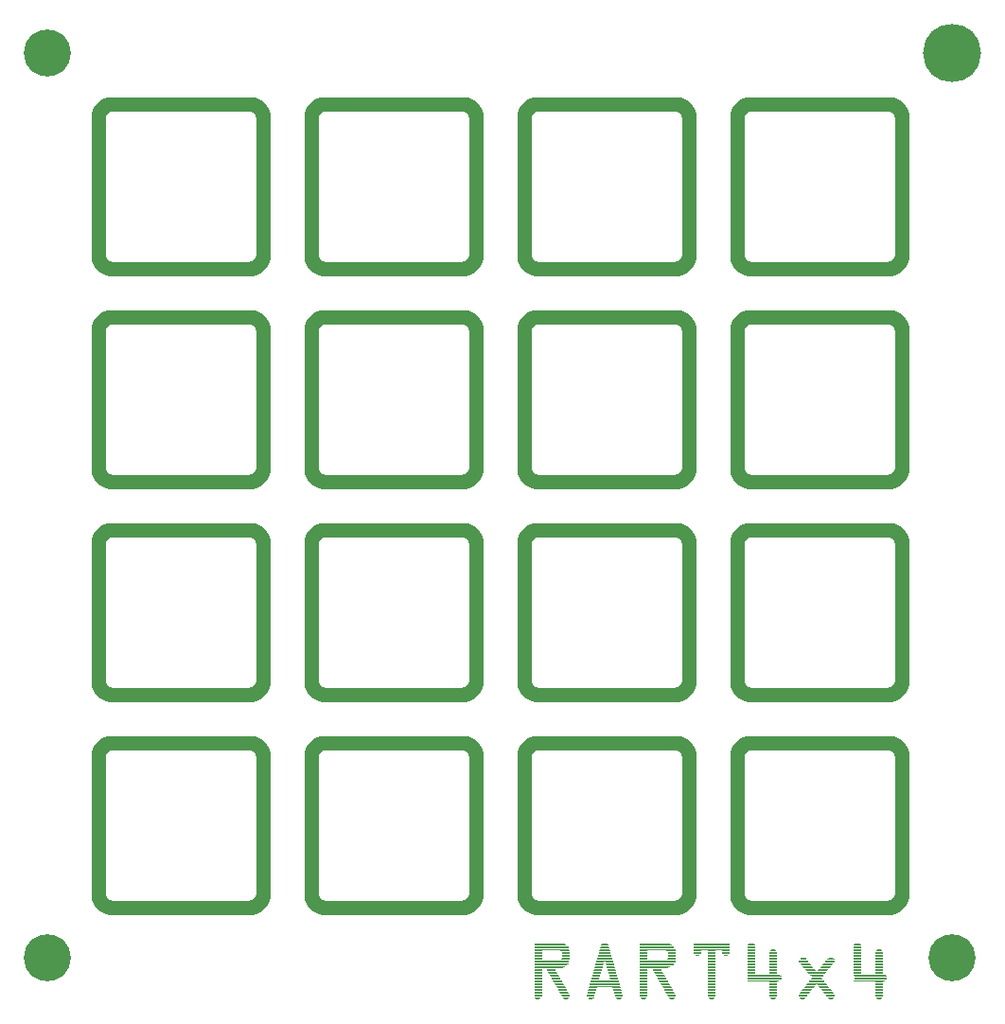
<source format=gbr>
G04 EAGLE Gerber RS-274X export*
G75*
%MOMM*%
%FSLAX34Y34*%
%LPD*%
%INSoldermask Top*%
%IPPOS*%
%AMOC8*
5,1,8,0,0,1.08239X$1,22.5*%
G01*
%ADD10R,0.337819X0.084581*%
%ADD11R,0.340363X0.084581*%
%ADD12R,0.508000X0.084581*%
%ADD13R,0.591819X0.084581*%
%ADD14R,0.594363X0.084838*%
%ADD15R,0.678181X0.084838*%
%ADD16R,0.675638X0.084838*%
%ADD17R,0.594363X0.084581*%
%ADD18R,0.678181X0.084581*%
%ADD19R,0.675638X0.084581*%
%ADD20R,0.762000X0.084581*%
%ADD21R,0.762000X0.084838*%
%ADD22R,0.848363X0.084838*%
%ADD23R,0.845819X0.084838*%
%ADD24R,0.845819X0.084581*%
%ADD25R,0.848363X0.084581*%
%ADD26R,2.707638X0.084581*%
%ADD27R,2.707638X0.084838*%
%ADD28R,1.694181X0.084581*%
%ADD29R,2.540000X0.084838*%
%ADD30R,1.524000X0.084838*%
%ADD31R,2.540000X0.084581*%
%ADD32R,1.353819X0.084581*%
%ADD33R,2.794000X0.084581*%
%ADD34R,2.372362X0.084838*%
%ADD35R,2.880362X0.084838*%
%ADD36R,1.186181X0.084838*%
%ADD37R,2.877819X0.084838*%
%ADD38R,2.964181X0.084581*%
%ADD39R,1.016000X0.084581*%
%ADD40R,2.961638X0.084581*%
%ADD41R,2.964181X0.084838*%
%ADD42R,1.016000X0.084838*%
%ADD43R,2.961638X0.084838*%
%ADD44R,1.099819X0.084581*%
%ADD45R,2.880362X0.084581*%
%ADD46R,1.186181X0.084581*%
%ADD47R,2.877819X0.084581*%
%ADD48R,2.794000X0.084838*%
%ADD49R,1.353819X0.084838*%
%ADD50R,1.524000X0.084581*%
%ADD51R,2.456181X0.084581*%
%ADD52R,2.626362X0.084581*%
%ADD53R,2.710181X0.084581*%
%ADD54R,3.048000X0.084581*%
%ADD55R,3.048000X0.084838*%
%ADD56R,3.134362X0.084581*%
%ADD57R,1.356363X0.084838*%
%ADD58R,1.356363X0.084581*%
%ADD59R,0.424181X0.084581*%
%ADD60R,0.421637X0.084581*%
%ADD61R,1.183638X0.084581*%
%ADD62R,1.183638X0.084838*%
%ADD63R,0.508000X0.084838*%
%ADD64R,3.218181X0.084581*%
%ADD65R,3.134362X0.084838*%
%ADD66R,3.218181X0.084838*%
%ADD67R,2.456181X0.084838*%
%ADD68R,0.340363X0.084838*%
%ADD69R,0.337819X0.084838*%
%ADD70C,1.270000*%
%ADD71C,4.203200*%
%ADD72C,5.203200*%


D10*
X510070Y34710D03*
X535470Y34710D03*
D11*
X557479Y34710D03*
X582879Y34710D03*
D10*
X604888Y34710D03*
X630288Y34710D03*
X665848Y34710D03*
X720890Y34710D03*
X747128Y34710D03*
X772528Y34710D03*
X815708Y34710D03*
D12*
X510057Y35556D03*
X535457Y35556D03*
D13*
X557898Y35556D03*
D12*
X582879Y35556D03*
X604901Y35556D03*
X630301Y35556D03*
X665861Y35556D03*
X720877Y35556D03*
X747141Y35556D03*
X772541Y35556D03*
X815721Y35556D03*
D14*
X510489Y36403D03*
D15*
X535470Y36403D03*
D16*
X557479Y36403D03*
X582879Y36403D03*
D15*
X604888Y36403D03*
X630288Y36403D03*
X665848Y36403D03*
X720890Y36403D03*
X747128Y36403D03*
X772528Y36403D03*
X815708Y36403D03*
D17*
X510489Y37250D03*
D18*
X535470Y37250D03*
D19*
X557479Y37250D03*
X582879Y37250D03*
D18*
X604888Y37250D03*
X630288Y37250D03*
X665848Y37250D03*
X720890Y37250D03*
D20*
X747547Y37250D03*
X772109Y37250D03*
D18*
X815708Y37250D03*
D17*
X510489Y38096D03*
D20*
X535051Y38096D03*
D19*
X557479Y38096D03*
X582879Y38096D03*
D18*
X604888Y38096D03*
D20*
X629869Y38096D03*
D18*
X665848Y38096D03*
X720890Y38096D03*
D20*
X747547Y38096D03*
X772109Y38096D03*
D18*
X815708Y38096D03*
D14*
X510489Y38943D03*
D21*
X535051Y38943D03*
X557911Y38943D03*
X582447Y38943D03*
D15*
X604888Y38943D03*
D21*
X629869Y38943D03*
D15*
X665848Y38943D03*
X720890Y38943D03*
D22*
X747979Y38943D03*
D23*
X771690Y38943D03*
D15*
X815708Y38943D03*
D17*
X510489Y39790D03*
D20*
X534187Y39790D03*
D18*
X558330Y39790D03*
X582028Y39790D03*
X604888Y39790D03*
D20*
X629031Y39790D03*
D18*
X665848Y39790D03*
X720890Y39790D03*
D24*
X748830Y39790D03*
D25*
X770839Y39790D03*
D18*
X815708Y39790D03*
D17*
X510489Y40636D03*
D20*
X533349Y40636D03*
D18*
X558330Y40636D03*
X582028Y40636D03*
X604888Y40636D03*
D20*
X628167Y40636D03*
D18*
X665848Y40636D03*
X720890Y40636D03*
D24*
X749668Y40636D03*
X769988Y40636D03*
D18*
X815708Y40636D03*
D14*
X510489Y41483D03*
D21*
X533349Y41483D03*
X558749Y41483D03*
X581609Y41483D03*
D15*
X604888Y41483D03*
D21*
X628167Y41483D03*
D15*
X665848Y41483D03*
X720890Y41483D03*
D22*
X750519Y41483D03*
D23*
X769150Y41483D03*
D15*
X815708Y41483D03*
D17*
X510489Y42330D03*
D20*
X532511Y42330D03*
X558749Y42330D03*
X581609Y42330D03*
D18*
X604888Y42330D03*
D20*
X627329Y42330D03*
D18*
X665848Y42330D03*
X720890Y42330D03*
D25*
X750519Y42330D03*
D24*
X769150Y42330D03*
D18*
X815708Y42330D03*
D17*
X510489Y43176D03*
D20*
X532511Y43176D03*
D18*
X559168Y43176D03*
X581190Y43176D03*
X604888Y43176D03*
D20*
X627329Y43176D03*
D18*
X665848Y43176D03*
X720890Y43176D03*
D24*
X751370Y43176D03*
D25*
X768299Y43176D03*
D18*
X815708Y43176D03*
D14*
X510489Y44023D03*
D21*
X531647Y44023D03*
D15*
X559168Y44023D03*
X581190Y44023D03*
X604888Y44023D03*
D21*
X626491Y44023D03*
D15*
X665848Y44023D03*
X720890Y44023D03*
D23*
X752208Y44023D03*
X767448Y44023D03*
D15*
X815708Y44023D03*
D17*
X510489Y44870D03*
D20*
X531647Y44870D03*
X559587Y44870D03*
X580771Y44870D03*
D18*
X604888Y44870D03*
D20*
X626491Y44870D03*
D18*
X665848Y44870D03*
X720890Y44870D03*
D25*
X753059Y44870D03*
D24*
X766610Y44870D03*
D18*
X815708Y44870D03*
D17*
X510489Y45716D03*
D20*
X530809Y45716D03*
D26*
X570179Y45716D03*
D18*
X604888Y45716D03*
D20*
X625627Y45716D03*
D18*
X665848Y45716D03*
X720890Y45716D03*
D24*
X753910Y45716D03*
D25*
X765759Y45716D03*
D18*
X815708Y45716D03*
D14*
X510489Y46563D03*
D21*
X529971Y46563D03*
D27*
X570179Y46563D03*
D15*
X604888Y46563D03*
D21*
X624789Y46563D03*
D15*
X665848Y46563D03*
X720890Y46563D03*
D23*
X753910Y46563D03*
D22*
X765759Y46563D03*
D15*
X815708Y46563D03*
D17*
X510489Y47410D03*
D20*
X529971Y47410D03*
D26*
X570179Y47410D03*
D18*
X604888Y47410D03*
D20*
X624789Y47410D03*
D18*
X665848Y47410D03*
X720890Y47410D03*
D24*
X754748Y47410D03*
X764908Y47410D03*
D18*
X815708Y47410D03*
D17*
X510489Y48256D03*
D20*
X529107Y48256D03*
D26*
X570179Y48256D03*
D18*
X604888Y48256D03*
D20*
X623951Y48256D03*
D18*
X665848Y48256D03*
X720890Y48256D03*
D28*
X759828Y48256D03*
D18*
X815708Y48256D03*
D14*
X510489Y49103D03*
D21*
X529107Y49103D03*
D29*
X570179Y49103D03*
D15*
X604888Y49103D03*
D21*
X623951Y49103D03*
D15*
X665848Y49103D03*
X720890Y49103D03*
D30*
X759841Y49103D03*
D15*
X815708Y49103D03*
D17*
X510489Y49950D03*
D20*
X528269Y49950D03*
D31*
X570179Y49950D03*
D18*
X604888Y49950D03*
D20*
X623087Y49950D03*
D18*
X665848Y49950D03*
X720890Y49950D03*
D32*
X759828Y49950D03*
D18*
X815708Y49950D03*
D17*
X510489Y50796D03*
D24*
X527850Y50796D03*
D31*
X570179Y50796D03*
D18*
X604888Y50796D03*
D24*
X622668Y50796D03*
D18*
X665848Y50796D03*
D33*
X711987Y50796D03*
D32*
X759828Y50796D03*
D33*
X806831Y50796D03*
D14*
X510489Y51643D03*
D21*
X527431Y51643D03*
D34*
X570179Y51643D03*
D15*
X604888Y51643D03*
D21*
X622249Y51643D03*
D15*
X665848Y51643D03*
D35*
X712419Y51643D03*
D36*
X759828Y51643D03*
D37*
X807250Y51643D03*
D17*
X510489Y52490D03*
D20*
X526567Y52490D03*
D18*
X561708Y52490D03*
X578650Y52490D03*
X604888Y52490D03*
D20*
X621411Y52490D03*
D18*
X665848Y52490D03*
D38*
X712838Y52490D03*
D39*
X759841Y52490D03*
D40*
X807669Y52490D03*
D17*
X510489Y53336D03*
D20*
X526567Y53336D03*
D18*
X561708Y53336D03*
D20*
X578231Y53336D03*
D18*
X604888Y53336D03*
D20*
X621411Y53336D03*
D18*
X665848Y53336D03*
D38*
X712838Y53336D03*
D24*
X759828Y53336D03*
D40*
X807669Y53336D03*
D14*
X510489Y54183D03*
D21*
X525729Y54183D03*
X562127Y54183D03*
X578231Y54183D03*
D15*
X604888Y54183D03*
D21*
X620547Y54183D03*
D15*
X665848Y54183D03*
D41*
X712838Y54183D03*
D42*
X759841Y54183D03*
D43*
X807669Y54183D03*
D17*
X510489Y55030D03*
D20*
X525729Y55030D03*
D19*
X562559Y55030D03*
X577799Y55030D03*
D18*
X604888Y55030D03*
D20*
X620547Y55030D03*
D18*
X665848Y55030D03*
D38*
X712838Y55030D03*
D44*
X760260Y55030D03*
D40*
X807669Y55030D03*
D17*
X510489Y55876D03*
D20*
X524891Y55876D03*
D19*
X562559Y55876D03*
X577799Y55876D03*
D18*
X604888Y55876D03*
D20*
X619709Y55876D03*
D18*
X665848Y55876D03*
D45*
X712419Y55876D03*
D46*
X759828Y55876D03*
D47*
X807250Y55876D03*
D14*
X510489Y56723D03*
D21*
X524027Y56723D03*
X562991Y56723D03*
X577367Y56723D03*
D15*
X604888Y56723D03*
D21*
X618871Y56723D03*
D15*
X665848Y56723D03*
D48*
X711987Y56723D03*
D49*
X759828Y56723D03*
D48*
X806831Y56723D03*
D17*
X510489Y57570D03*
D20*
X524027Y57570D03*
D18*
X563410Y57570D03*
X576948Y57570D03*
X604888Y57570D03*
D20*
X618871Y57570D03*
D18*
X665848Y57570D03*
X701408Y57570D03*
X720890Y57570D03*
D50*
X759841Y57570D03*
D19*
X796239Y57570D03*
D18*
X815708Y57570D03*
D17*
X510489Y58416D03*
D20*
X523189Y58416D03*
D18*
X563410Y58416D03*
X576948Y58416D03*
X604888Y58416D03*
D20*
X618007Y58416D03*
D18*
X665848Y58416D03*
X701408Y58416D03*
X720890Y58416D03*
D28*
X759828Y58416D03*
D19*
X796239Y58416D03*
D18*
X815708Y58416D03*
D14*
X510489Y59263D03*
D21*
X523189Y59263D03*
D15*
X563410Y59263D03*
X576948Y59263D03*
X604888Y59263D03*
D21*
X618007Y59263D03*
D15*
X665848Y59263D03*
X701408Y59263D03*
X720890Y59263D03*
D23*
X754748Y59263D03*
X764908Y59263D03*
D16*
X796239Y59263D03*
D15*
X815708Y59263D03*
D17*
X510489Y60110D03*
D20*
X522351Y60110D03*
X563829Y60110D03*
X576529Y60110D03*
D18*
X604888Y60110D03*
D20*
X617169Y60110D03*
D18*
X665848Y60110D03*
X701408Y60110D03*
X720890Y60110D03*
D24*
X754748Y60110D03*
X764908Y60110D03*
D19*
X796239Y60110D03*
D18*
X815708Y60110D03*
D17*
X510489Y60956D03*
D20*
X522351Y60956D03*
D18*
X564248Y60956D03*
X576110Y60956D03*
X604888Y60956D03*
D20*
X617169Y60956D03*
D18*
X665848Y60956D03*
X701408Y60956D03*
X720890Y60956D03*
D24*
X753910Y60956D03*
D25*
X765759Y60956D03*
D19*
X796239Y60956D03*
D18*
X815708Y60956D03*
D14*
X510489Y61803D03*
D21*
X521487Y61803D03*
D15*
X564248Y61803D03*
X576110Y61803D03*
X604888Y61803D03*
D21*
X616331Y61803D03*
D15*
X665848Y61803D03*
X701408Y61803D03*
X720890Y61803D03*
D22*
X753059Y61803D03*
D23*
X766610Y61803D03*
D16*
X796239Y61803D03*
D15*
X815708Y61803D03*
D51*
X519798Y62650D03*
D20*
X564667Y62650D03*
X575691Y62650D03*
D31*
X614197Y62650D03*
D18*
X665848Y62650D03*
X701408Y62650D03*
X720890Y62650D03*
D24*
X752208Y62650D03*
X767448Y62650D03*
D19*
X796239Y62650D03*
D18*
X815708Y62650D03*
D52*
X520649Y63496D03*
D19*
X565099Y63496D03*
X575259Y63496D03*
D53*
X615048Y63496D03*
D18*
X665848Y63496D03*
X701408Y63496D03*
X720890Y63496D03*
D24*
X751370Y63496D03*
D25*
X768299Y63496D03*
D19*
X796239Y63496D03*
D18*
X815708Y63496D03*
D48*
X521487Y64343D03*
D16*
X565099Y64343D03*
X575259Y64343D03*
D35*
X615899Y64343D03*
D15*
X665848Y64343D03*
X701408Y64343D03*
X720890Y64343D03*
D23*
X751370Y64343D03*
D22*
X768299Y64343D03*
D16*
X796239Y64343D03*
D15*
X815708Y64343D03*
D45*
X521919Y65190D03*
D19*
X565099Y65190D03*
X575259Y65190D03*
D38*
X616318Y65190D03*
D18*
X665848Y65190D03*
X701408Y65190D03*
X720890Y65190D03*
D25*
X750519Y65190D03*
D24*
X769150Y65190D03*
D19*
X796239Y65190D03*
D18*
X815708Y65190D03*
D38*
X522338Y66036D03*
D20*
X565531Y66036D03*
X574827Y66036D03*
D54*
X616737Y66036D03*
D18*
X665848Y66036D03*
X701408Y66036D03*
X720890Y66036D03*
D24*
X749668Y66036D03*
X769988Y66036D03*
D19*
X796239Y66036D03*
D18*
X815708Y66036D03*
D41*
X522338Y66883D03*
D15*
X565950Y66883D03*
X574408Y66883D03*
D55*
X616737Y66883D03*
D15*
X665848Y66883D03*
X701408Y66883D03*
X720890Y66883D03*
D23*
X748830Y66883D03*
D22*
X770839Y66883D03*
D16*
X796239Y66883D03*
D15*
X815708Y66883D03*
D54*
X522757Y67730D03*
D18*
X565950Y67730D03*
X574408Y67730D03*
D56*
X617169Y67730D03*
D18*
X665848Y67730D03*
X701408Y67730D03*
X720890Y67730D03*
D25*
X747979Y67730D03*
D24*
X771690Y67730D03*
D19*
X796239Y67730D03*
D18*
X815708Y67730D03*
D54*
X522757Y68576D03*
D50*
X570179Y68576D03*
D56*
X617169Y68576D03*
D18*
X665848Y68576D03*
X701408Y68576D03*
X720890Y68576D03*
D25*
X747979Y68576D03*
D24*
X771690Y68576D03*
D19*
X796239Y68576D03*
D18*
X815708Y68576D03*
D14*
X510489Y69423D03*
D22*
X534619Y69423D03*
D57*
X570179Y69423D03*
D15*
X604888Y69423D03*
D23*
X629450Y69423D03*
D15*
X665848Y69423D03*
X701408Y69423D03*
X720890Y69423D03*
D21*
X747547Y69423D03*
X772109Y69423D03*
D16*
X796239Y69423D03*
D15*
X815708Y69423D03*
D17*
X510489Y70270D03*
D20*
X535051Y70270D03*
D58*
X570179Y70270D03*
D18*
X604888Y70270D03*
D20*
X629869Y70270D03*
D18*
X665848Y70270D03*
X701408Y70270D03*
X720890Y70270D03*
D13*
X747560Y70270D03*
D17*
X772109Y70270D03*
D19*
X796239Y70270D03*
D18*
X815708Y70270D03*
D17*
X510489Y71116D03*
D18*
X535470Y71116D03*
D58*
X570179Y71116D03*
D18*
X604888Y71116D03*
X630288Y71116D03*
X665848Y71116D03*
X701408Y71116D03*
X720890Y71116D03*
D59*
X747560Y71116D03*
D60*
X772109Y71116D03*
D19*
X796239Y71116D03*
D18*
X815708Y71116D03*
D14*
X510489Y71963D03*
D15*
X535470Y71963D03*
D57*
X570179Y71963D03*
D15*
X604888Y71963D03*
X630288Y71963D03*
X665848Y71963D03*
X701408Y71963D03*
X720890Y71963D03*
D16*
X796239Y71963D03*
D15*
X815708Y71963D03*
D17*
X510489Y72810D03*
D18*
X535470Y72810D03*
D61*
X570179Y72810D03*
D18*
X604888Y72810D03*
X630288Y72810D03*
X665848Y72810D03*
X701408Y72810D03*
X720890Y72810D03*
D19*
X796239Y72810D03*
D18*
X815708Y72810D03*
D17*
X510489Y73656D03*
D18*
X535470Y73656D03*
D61*
X570179Y73656D03*
D18*
X604888Y73656D03*
X630288Y73656D03*
D10*
X653148Y73656D03*
D18*
X665848Y73656D03*
D10*
X678548Y73656D03*
D18*
X701408Y73656D03*
X720890Y73656D03*
D19*
X796239Y73656D03*
D18*
X815708Y73656D03*
D14*
X510489Y74503D03*
D15*
X535470Y74503D03*
D62*
X570179Y74503D03*
D15*
X604888Y74503D03*
X630288Y74503D03*
D63*
X653161Y74503D03*
D15*
X665848Y74503D03*
D63*
X678561Y74503D03*
D15*
X701408Y74503D03*
X720890Y74503D03*
D16*
X796239Y74503D03*
D15*
X815708Y74503D03*
D17*
X510489Y75350D03*
D18*
X535470Y75350D03*
D39*
X570179Y75350D03*
D18*
X604888Y75350D03*
X630288Y75350D03*
X653148Y75350D03*
X665848Y75350D03*
X678548Y75350D03*
X701408Y75350D03*
X720890Y75350D03*
D19*
X796239Y75350D03*
D18*
X815708Y75350D03*
D17*
X510489Y76196D03*
D18*
X535470Y76196D03*
D39*
X570179Y76196D03*
D18*
X604888Y76196D03*
X630288Y76196D03*
X653148Y76196D03*
X665848Y76196D03*
X678548Y76196D03*
X701408Y76196D03*
X720890Y76196D03*
D19*
X796239Y76196D03*
D18*
X815708Y76196D03*
D14*
X510489Y77043D03*
D21*
X535051Y77043D03*
D42*
X570179Y77043D03*
D15*
X604888Y77043D03*
D21*
X629869Y77043D03*
D15*
X653148Y77043D03*
X665848Y77043D03*
X678548Y77043D03*
X701408Y77043D03*
X720890Y77043D03*
D16*
X796239Y77043D03*
D15*
X815708Y77043D03*
D17*
X510489Y77890D03*
D25*
X534619Y77890D03*
D39*
X570179Y77890D03*
D18*
X604888Y77890D03*
D24*
X629450Y77890D03*
D18*
X653148Y77890D03*
X665848Y77890D03*
X678548Y77890D03*
X701408Y77890D03*
D12*
X720877Y77890D03*
D19*
X796239Y77890D03*
D12*
X815721Y77890D03*
D54*
X522757Y78736D03*
D25*
X570179Y78736D03*
D56*
X617169Y78736D03*
D64*
X665848Y78736D03*
D18*
X701408Y78736D03*
D10*
X720890Y78736D03*
D19*
X796239Y78736D03*
D10*
X815708Y78736D03*
D55*
X522757Y79583D03*
D22*
X570179Y79583D03*
D65*
X617169Y79583D03*
D66*
X665848Y79583D03*
D15*
X701408Y79583D03*
D16*
X796239Y79583D03*
D38*
X522338Y80430D03*
D25*
X570179Y80430D03*
D54*
X616737Y80430D03*
D64*
X665848Y80430D03*
D18*
X701408Y80430D03*
D19*
X796239Y80430D03*
D38*
X522338Y81276D03*
D19*
X570179Y81276D03*
D54*
X616737Y81276D03*
D64*
X665848Y81276D03*
D18*
X701408Y81276D03*
D19*
X796239Y81276D03*
D35*
X521919Y82123D03*
D16*
X570179Y82123D03*
D41*
X616318Y82123D03*
D66*
X665848Y82123D03*
D15*
X701408Y82123D03*
D16*
X796239Y82123D03*
D33*
X521487Y82970D03*
D19*
X570179Y82970D03*
D45*
X615899Y82970D03*
D64*
X665848Y82970D03*
D18*
X701408Y82970D03*
D19*
X796239Y82970D03*
D52*
X520649Y83816D03*
D12*
X570179Y83816D03*
D53*
X615048Y83816D03*
D64*
X665848Y83816D03*
D12*
X701421Y83816D03*
X796239Y83816D03*
D67*
X519798Y84663D03*
D68*
X570179Y84663D03*
D29*
X614197Y84663D03*
D66*
X665848Y84663D03*
D69*
X701408Y84663D03*
D68*
X796239Y84663D03*
D70*
X116657Y822813D02*
X116661Y823128D01*
X116672Y823443D01*
X116691Y823757D01*
X116718Y824071D01*
X116752Y824384D01*
X116794Y824696D01*
X116843Y825007D01*
X116900Y825317D01*
X116964Y825625D01*
X117036Y825932D01*
X117115Y826236D01*
X117201Y826539D01*
X117295Y826840D01*
X117396Y827138D01*
X117504Y827434D01*
X117619Y827727D01*
X117741Y828017D01*
X117871Y828304D01*
X118007Y828588D01*
X118150Y828869D01*
X118299Y829146D01*
X118456Y829419D01*
X118619Y829689D01*
X118788Y829954D01*
X118964Y830215D01*
X119146Y830472D01*
X119334Y830725D01*
X119528Y830973D01*
X119728Y831216D01*
X119934Y831454D01*
X120146Y831687D01*
X120363Y831915D01*
X120586Y832138D01*
X120814Y832355D01*
X121047Y832567D01*
X121285Y832773D01*
X121528Y832973D01*
X121776Y833167D01*
X122029Y833355D01*
X122286Y833537D01*
X122547Y833713D01*
X122812Y833882D01*
X123082Y834045D01*
X123355Y834202D01*
X123632Y834351D01*
X123913Y834494D01*
X124197Y834630D01*
X124484Y834760D01*
X124774Y834882D01*
X125067Y834997D01*
X125363Y835105D01*
X125661Y835206D01*
X125962Y835300D01*
X126265Y835386D01*
X126569Y835465D01*
X126876Y835537D01*
X127184Y835601D01*
X127494Y835658D01*
X127805Y835707D01*
X128117Y835749D01*
X128430Y835783D01*
X128744Y835810D01*
X129058Y835829D01*
X129373Y835840D01*
X129688Y835844D01*
X251313Y835844D01*
X251628Y835840D01*
X251943Y835829D01*
X252257Y835810D01*
X252571Y835783D01*
X252884Y835749D01*
X253196Y835707D01*
X253507Y835658D01*
X253817Y835601D01*
X254125Y835537D01*
X254432Y835465D01*
X254736Y835386D01*
X255039Y835300D01*
X255340Y835206D01*
X255638Y835105D01*
X255934Y834997D01*
X256227Y834882D01*
X256517Y834760D01*
X256804Y834630D01*
X257088Y834494D01*
X257369Y834351D01*
X257646Y834202D01*
X257919Y834045D01*
X258189Y833882D01*
X258454Y833713D01*
X258715Y833537D01*
X258972Y833355D01*
X259225Y833167D01*
X259473Y832973D01*
X259716Y832773D01*
X259954Y832567D01*
X260187Y832355D01*
X260415Y832138D01*
X260638Y831915D01*
X260855Y831687D01*
X261067Y831454D01*
X261273Y831216D01*
X261473Y830973D01*
X261667Y830725D01*
X261855Y830472D01*
X262037Y830215D01*
X262213Y829954D01*
X262382Y829689D01*
X262545Y829419D01*
X262702Y829146D01*
X262851Y828869D01*
X262994Y828588D01*
X263130Y828304D01*
X263260Y828017D01*
X263382Y827727D01*
X263497Y827434D01*
X263605Y827138D01*
X263706Y826840D01*
X263800Y826539D01*
X263886Y826236D01*
X263965Y825932D01*
X264037Y825625D01*
X264101Y825317D01*
X264158Y825007D01*
X264207Y824696D01*
X264249Y824384D01*
X264283Y824071D01*
X264310Y823757D01*
X264329Y823443D01*
X264340Y823128D01*
X264344Y822813D01*
X264344Y701188D01*
X264340Y700873D01*
X264329Y700558D01*
X264310Y700244D01*
X264283Y699930D01*
X264249Y699617D01*
X264207Y699305D01*
X264158Y698994D01*
X264101Y698684D01*
X264037Y698376D01*
X263965Y698069D01*
X263886Y697765D01*
X263800Y697462D01*
X263706Y697161D01*
X263605Y696863D01*
X263497Y696567D01*
X263382Y696274D01*
X263260Y695984D01*
X263130Y695697D01*
X262994Y695413D01*
X262851Y695132D01*
X262702Y694855D01*
X262545Y694582D01*
X262382Y694312D01*
X262213Y694047D01*
X262037Y693786D01*
X261855Y693529D01*
X261667Y693276D01*
X261473Y693028D01*
X261273Y692785D01*
X261067Y692547D01*
X260855Y692314D01*
X260638Y692086D01*
X260415Y691863D01*
X260187Y691646D01*
X259954Y691434D01*
X259716Y691228D01*
X259473Y691028D01*
X259225Y690834D01*
X258972Y690646D01*
X258715Y690464D01*
X258454Y690288D01*
X258189Y690119D01*
X257919Y689956D01*
X257646Y689799D01*
X257369Y689650D01*
X257088Y689507D01*
X256804Y689371D01*
X256517Y689241D01*
X256227Y689119D01*
X255934Y689004D01*
X255638Y688896D01*
X255340Y688795D01*
X255039Y688701D01*
X254736Y688615D01*
X254432Y688536D01*
X254125Y688464D01*
X253817Y688400D01*
X253507Y688343D01*
X253196Y688294D01*
X252884Y688252D01*
X252571Y688218D01*
X252257Y688191D01*
X251943Y688172D01*
X251628Y688161D01*
X251313Y688157D01*
X251313Y688156D02*
X129688Y688156D01*
X129688Y688157D02*
X129373Y688161D01*
X129058Y688172D01*
X128744Y688191D01*
X128430Y688218D01*
X128117Y688252D01*
X127805Y688294D01*
X127494Y688343D01*
X127184Y688400D01*
X126876Y688464D01*
X126569Y688536D01*
X126265Y688615D01*
X125962Y688701D01*
X125661Y688795D01*
X125363Y688896D01*
X125067Y689004D01*
X124774Y689119D01*
X124484Y689241D01*
X124197Y689371D01*
X123913Y689507D01*
X123632Y689650D01*
X123355Y689799D01*
X123082Y689956D01*
X122812Y690119D01*
X122547Y690288D01*
X122286Y690464D01*
X122029Y690646D01*
X121776Y690834D01*
X121528Y691028D01*
X121285Y691228D01*
X121047Y691434D01*
X120814Y691646D01*
X120586Y691863D01*
X120363Y692086D01*
X120146Y692314D01*
X119934Y692547D01*
X119728Y692785D01*
X119528Y693028D01*
X119334Y693276D01*
X119146Y693529D01*
X118964Y693786D01*
X118788Y694047D01*
X118619Y694312D01*
X118456Y694582D01*
X118299Y694855D01*
X118150Y695132D01*
X118007Y695413D01*
X117871Y695697D01*
X117741Y695984D01*
X117619Y696274D01*
X117504Y696567D01*
X117396Y696863D01*
X117295Y697161D01*
X117201Y697462D01*
X117115Y697765D01*
X117036Y698069D01*
X116964Y698376D01*
X116900Y698684D01*
X116843Y698994D01*
X116794Y699305D01*
X116752Y699617D01*
X116718Y699930D01*
X116691Y700244D01*
X116672Y700558D01*
X116661Y700873D01*
X116657Y701188D01*
X116656Y701188D02*
X116656Y822813D01*
X129688Y645344D02*
X129373Y645340D01*
X129058Y645329D01*
X128744Y645310D01*
X128430Y645283D01*
X128117Y645249D01*
X127805Y645207D01*
X127494Y645158D01*
X127184Y645101D01*
X126876Y645037D01*
X126569Y644965D01*
X126265Y644886D01*
X125962Y644800D01*
X125661Y644706D01*
X125363Y644605D01*
X125067Y644497D01*
X124774Y644382D01*
X124484Y644260D01*
X124197Y644130D01*
X123913Y643994D01*
X123632Y643851D01*
X123355Y643702D01*
X123082Y643545D01*
X122812Y643382D01*
X122547Y643213D01*
X122286Y643037D01*
X122029Y642855D01*
X121776Y642667D01*
X121528Y642473D01*
X121285Y642273D01*
X121047Y642067D01*
X120814Y641855D01*
X120586Y641638D01*
X120363Y641415D01*
X120146Y641187D01*
X119934Y640954D01*
X119728Y640716D01*
X119528Y640473D01*
X119334Y640225D01*
X119146Y639972D01*
X118964Y639715D01*
X118788Y639454D01*
X118619Y639189D01*
X118456Y638919D01*
X118299Y638646D01*
X118150Y638369D01*
X118007Y638088D01*
X117871Y637804D01*
X117741Y637517D01*
X117619Y637227D01*
X117504Y636934D01*
X117396Y636638D01*
X117295Y636340D01*
X117201Y636039D01*
X117115Y635736D01*
X117036Y635432D01*
X116964Y635125D01*
X116900Y634817D01*
X116843Y634507D01*
X116794Y634196D01*
X116752Y633884D01*
X116718Y633571D01*
X116691Y633257D01*
X116672Y632943D01*
X116661Y632628D01*
X116657Y632313D01*
X129688Y645344D02*
X251313Y645344D01*
X251628Y645340D01*
X251943Y645329D01*
X252257Y645310D01*
X252571Y645283D01*
X252884Y645249D01*
X253196Y645207D01*
X253507Y645158D01*
X253817Y645101D01*
X254125Y645037D01*
X254432Y644965D01*
X254736Y644886D01*
X255039Y644800D01*
X255340Y644706D01*
X255638Y644605D01*
X255934Y644497D01*
X256227Y644382D01*
X256517Y644260D01*
X256804Y644130D01*
X257088Y643994D01*
X257369Y643851D01*
X257646Y643702D01*
X257919Y643545D01*
X258189Y643382D01*
X258454Y643213D01*
X258715Y643037D01*
X258972Y642855D01*
X259225Y642667D01*
X259473Y642473D01*
X259716Y642273D01*
X259954Y642067D01*
X260187Y641855D01*
X260415Y641638D01*
X260638Y641415D01*
X260855Y641187D01*
X261067Y640954D01*
X261273Y640716D01*
X261473Y640473D01*
X261667Y640225D01*
X261855Y639972D01*
X262037Y639715D01*
X262213Y639454D01*
X262382Y639189D01*
X262545Y638919D01*
X262702Y638646D01*
X262851Y638369D01*
X262994Y638088D01*
X263130Y637804D01*
X263260Y637517D01*
X263382Y637227D01*
X263497Y636934D01*
X263605Y636638D01*
X263706Y636340D01*
X263800Y636039D01*
X263886Y635736D01*
X263965Y635432D01*
X264037Y635125D01*
X264101Y634817D01*
X264158Y634507D01*
X264207Y634196D01*
X264249Y633884D01*
X264283Y633571D01*
X264310Y633257D01*
X264329Y632943D01*
X264340Y632628D01*
X264344Y632313D01*
X264344Y510688D01*
X264340Y510373D01*
X264329Y510058D01*
X264310Y509744D01*
X264283Y509430D01*
X264249Y509117D01*
X264207Y508805D01*
X264158Y508494D01*
X264101Y508184D01*
X264037Y507876D01*
X263965Y507569D01*
X263886Y507265D01*
X263800Y506962D01*
X263706Y506661D01*
X263605Y506363D01*
X263497Y506067D01*
X263382Y505774D01*
X263260Y505484D01*
X263130Y505197D01*
X262994Y504913D01*
X262851Y504632D01*
X262702Y504355D01*
X262545Y504082D01*
X262382Y503812D01*
X262213Y503547D01*
X262037Y503286D01*
X261855Y503029D01*
X261667Y502776D01*
X261473Y502528D01*
X261273Y502285D01*
X261067Y502047D01*
X260855Y501814D01*
X260638Y501586D01*
X260415Y501363D01*
X260187Y501146D01*
X259954Y500934D01*
X259716Y500728D01*
X259473Y500528D01*
X259225Y500334D01*
X258972Y500146D01*
X258715Y499964D01*
X258454Y499788D01*
X258189Y499619D01*
X257919Y499456D01*
X257646Y499299D01*
X257369Y499150D01*
X257088Y499007D01*
X256804Y498871D01*
X256517Y498741D01*
X256227Y498619D01*
X255934Y498504D01*
X255638Y498396D01*
X255340Y498295D01*
X255039Y498201D01*
X254736Y498115D01*
X254432Y498036D01*
X254125Y497964D01*
X253817Y497900D01*
X253507Y497843D01*
X253196Y497794D01*
X252884Y497752D01*
X252571Y497718D01*
X252257Y497691D01*
X251943Y497672D01*
X251628Y497661D01*
X251313Y497657D01*
X251313Y497656D02*
X129688Y497656D01*
X129688Y497657D02*
X129373Y497661D01*
X129058Y497672D01*
X128744Y497691D01*
X128430Y497718D01*
X128117Y497752D01*
X127805Y497794D01*
X127494Y497843D01*
X127184Y497900D01*
X126876Y497964D01*
X126569Y498036D01*
X126265Y498115D01*
X125962Y498201D01*
X125661Y498295D01*
X125363Y498396D01*
X125067Y498504D01*
X124774Y498619D01*
X124484Y498741D01*
X124197Y498871D01*
X123913Y499007D01*
X123632Y499150D01*
X123355Y499299D01*
X123082Y499456D01*
X122812Y499619D01*
X122547Y499788D01*
X122286Y499964D01*
X122029Y500146D01*
X121776Y500334D01*
X121528Y500528D01*
X121285Y500728D01*
X121047Y500934D01*
X120814Y501146D01*
X120586Y501363D01*
X120363Y501586D01*
X120146Y501814D01*
X119934Y502047D01*
X119728Y502285D01*
X119528Y502528D01*
X119334Y502776D01*
X119146Y503029D01*
X118964Y503286D01*
X118788Y503547D01*
X118619Y503812D01*
X118456Y504082D01*
X118299Y504355D01*
X118150Y504632D01*
X118007Y504913D01*
X117871Y505197D01*
X117741Y505484D01*
X117619Y505774D01*
X117504Y506067D01*
X117396Y506363D01*
X117295Y506661D01*
X117201Y506962D01*
X117115Y507265D01*
X117036Y507569D01*
X116964Y507876D01*
X116900Y508184D01*
X116843Y508494D01*
X116794Y508805D01*
X116752Y509117D01*
X116718Y509430D01*
X116691Y509744D01*
X116672Y510058D01*
X116661Y510373D01*
X116657Y510688D01*
X116656Y510688D02*
X116656Y632313D01*
X129688Y454844D02*
X129373Y454840D01*
X129058Y454829D01*
X128744Y454810D01*
X128430Y454783D01*
X128117Y454749D01*
X127805Y454707D01*
X127494Y454658D01*
X127184Y454601D01*
X126876Y454537D01*
X126569Y454465D01*
X126265Y454386D01*
X125962Y454300D01*
X125661Y454206D01*
X125363Y454105D01*
X125067Y453997D01*
X124774Y453882D01*
X124484Y453760D01*
X124197Y453630D01*
X123913Y453494D01*
X123632Y453351D01*
X123355Y453202D01*
X123082Y453045D01*
X122812Y452882D01*
X122547Y452713D01*
X122286Y452537D01*
X122029Y452355D01*
X121776Y452167D01*
X121528Y451973D01*
X121285Y451773D01*
X121047Y451567D01*
X120814Y451355D01*
X120586Y451138D01*
X120363Y450915D01*
X120146Y450687D01*
X119934Y450454D01*
X119728Y450216D01*
X119528Y449973D01*
X119334Y449725D01*
X119146Y449472D01*
X118964Y449215D01*
X118788Y448954D01*
X118619Y448689D01*
X118456Y448419D01*
X118299Y448146D01*
X118150Y447869D01*
X118007Y447588D01*
X117871Y447304D01*
X117741Y447017D01*
X117619Y446727D01*
X117504Y446434D01*
X117396Y446138D01*
X117295Y445840D01*
X117201Y445539D01*
X117115Y445236D01*
X117036Y444932D01*
X116964Y444625D01*
X116900Y444317D01*
X116843Y444007D01*
X116794Y443696D01*
X116752Y443384D01*
X116718Y443071D01*
X116691Y442757D01*
X116672Y442443D01*
X116661Y442128D01*
X116657Y441813D01*
X129688Y454844D02*
X251313Y454844D01*
X251628Y454840D01*
X251943Y454829D01*
X252257Y454810D01*
X252571Y454783D01*
X252884Y454749D01*
X253196Y454707D01*
X253507Y454658D01*
X253817Y454601D01*
X254125Y454537D01*
X254432Y454465D01*
X254736Y454386D01*
X255039Y454300D01*
X255340Y454206D01*
X255638Y454105D01*
X255934Y453997D01*
X256227Y453882D01*
X256517Y453760D01*
X256804Y453630D01*
X257088Y453494D01*
X257369Y453351D01*
X257646Y453202D01*
X257919Y453045D01*
X258189Y452882D01*
X258454Y452713D01*
X258715Y452537D01*
X258972Y452355D01*
X259225Y452167D01*
X259473Y451973D01*
X259716Y451773D01*
X259954Y451567D01*
X260187Y451355D01*
X260415Y451138D01*
X260638Y450915D01*
X260855Y450687D01*
X261067Y450454D01*
X261273Y450216D01*
X261473Y449973D01*
X261667Y449725D01*
X261855Y449472D01*
X262037Y449215D01*
X262213Y448954D01*
X262382Y448689D01*
X262545Y448419D01*
X262702Y448146D01*
X262851Y447869D01*
X262994Y447588D01*
X263130Y447304D01*
X263260Y447017D01*
X263382Y446727D01*
X263497Y446434D01*
X263605Y446138D01*
X263706Y445840D01*
X263800Y445539D01*
X263886Y445236D01*
X263965Y444932D01*
X264037Y444625D01*
X264101Y444317D01*
X264158Y444007D01*
X264207Y443696D01*
X264249Y443384D01*
X264283Y443071D01*
X264310Y442757D01*
X264329Y442443D01*
X264340Y442128D01*
X264344Y441813D01*
X264344Y320188D01*
X264340Y319873D01*
X264329Y319558D01*
X264310Y319244D01*
X264283Y318930D01*
X264249Y318617D01*
X264207Y318305D01*
X264158Y317994D01*
X264101Y317684D01*
X264037Y317376D01*
X263965Y317069D01*
X263886Y316765D01*
X263800Y316462D01*
X263706Y316161D01*
X263605Y315863D01*
X263497Y315567D01*
X263382Y315274D01*
X263260Y314984D01*
X263130Y314697D01*
X262994Y314413D01*
X262851Y314132D01*
X262702Y313855D01*
X262545Y313582D01*
X262382Y313312D01*
X262213Y313047D01*
X262037Y312786D01*
X261855Y312529D01*
X261667Y312276D01*
X261473Y312028D01*
X261273Y311785D01*
X261067Y311547D01*
X260855Y311314D01*
X260638Y311086D01*
X260415Y310863D01*
X260187Y310646D01*
X259954Y310434D01*
X259716Y310228D01*
X259473Y310028D01*
X259225Y309834D01*
X258972Y309646D01*
X258715Y309464D01*
X258454Y309288D01*
X258189Y309119D01*
X257919Y308956D01*
X257646Y308799D01*
X257369Y308650D01*
X257088Y308507D01*
X256804Y308371D01*
X256517Y308241D01*
X256227Y308119D01*
X255934Y308004D01*
X255638Y307896D01*
X255340Y307795D01*
X255039Y307701D01*
X254736Y307615D01*
X254432Y307536D01*
X254125Y307464D01*
X253817Y307400D01*
X253507Y307343D01*
X253196Y307294D01*
X252884Y307252D01*
X252571Y307218D01*
X252257Y307191D01*
X251943Y307172D01*
X251628Y307161D01*
X251313Y307157D01*
X251313Y307156D02*
X129688Y307156D01*
X129688Y307157D02*
X129373Y307161D01*
X129058Y307172D01*
X128744Y307191D01*
X128430Y307218D01*
X128117Y307252D01*
X127805Y307294D01*
X127494Y307343D01*
X127184Y307400D01*
X126876Y307464D01*
X126569Y307536D01*
X126265Y307615D01*
X125962Y307701D01*
X125661Y307795D01*
X125363Y307896D01*
X125067Y308004D01*
X124774Y308119D01*
X124484Y308241D01*
X124197Y308371D01*
X123913Y308507D01*
X123632Y308650D01*
X123355Y308799D01*
X123082Y308956D01*
X122812Y309119D01*
X122547Y309288D01*
X122286Y309464D01*
X122029Y309646D01*
X121776Y309834D01*
X121528Y310028D01*
X121285Y310228D01*
X121047Y310434D01*
X120814Y310646D01*
X120586Y310863D01*
X120363Y311086D01*
X120146Y311314D01*
X119934Y311547D01*
X119728Y311785D01*
X119528Y312028D01*
X119334Y312276D01*
X119146Y312529D01*
X118964Y312786D01*
X118788Y313047D01*
X118619Y313312D01*
X118456Y313582D01*
X118299Y313855D01*
X118150Y314132D01*
X118007Y314413D01*
X117871Y314697D01*
X117741Y314984D01*
X117619Y315274D01*
X117504Y315567D01*
X117396Y315863D01*
X117295Y316161D01*
X117201Y316462D01*
X117115Y316765D01*
X117036Y317069D01*
X116964Y317376D01*
X116900Y317684D01*
X116843Y317994D01*
X116794Y318305D01*
X116752Y318617D01*
X116718Y318930D01*
X116691Y319244D01*
X116672Y319558D01*
X116661Y319873D01*
X116657Y320188D01*
X116656Y320188D02*
X116656Y441813D01*
X129688Y264344D02*
X129373Y264340D01*
X129058Y264329D01*
X128744Y264310D01*
X128430Y264283D01*
X128117Y264249D01*
X127805Y264207D01*
X127494Y264158D01*
X127184Y264101D01*
X126876Y264037D01*
X126569Y263965D01*
X126265Y263886D01*
X125962Y263800D01*
X125661Y263706D01*
X125363Y263605D01*
X125067Y263497D01*
X124774Y263382D01*
X124484Y263260D01*
X124197Y263130D01*
X123913Y262994D01*
X123632Y262851D01*
X123355Y262702D01*
X123082Y262545D01*
X122812Y262382D01*
X122547Y262213D01*
X122286Y262037D01*
X122029Y261855D01*
X121776Y261667D01*
X121528Y261473D01*
X121285Y261273D01*
X121047Y261067D01*
X120814Y260855D01*
X120586Y260638D01*
X120363Y260415D01*
X120146Y260187D01*
X119934Y259954D01*
X119728Y259716D01*
X119528Y259473D01*
X119334Y259225D01*
X119146Y258972D01*
X118964Y258715D01*
X118788Y258454D01*
X118619Y258189D01*
X118456Y257919D01*
X118299Y257646D01*
X118150Y257369D01*
X118007Y257088D01*
X117871Y256804D01*
X117741Y256517D01*
X117619Y256227D01*
X117504Y255934D01*
X117396Y255638D01*
X117295Y255340D01*
X117201Y255039D01*
X117115Y254736D01*
X117036Y254432D01*
X116964Y254125D01*
X116900Y253817D01*
X116843Y253507D01*
X116794Y253196D01*
X116752Y252884D01*
X116718Y252571D01*
X116691Y252257D01*
X116672Y251943D01*
X116661Y251628D01*
X116657Y251313D01*
X129688Y264344D02*
X251313Y264344D01*
X251628Y264340D01*
X251943Y264329D01*
X252257Y264310D01*
X252571Y264283D01*
X252884Y264249D01*
X253196Y264207D01*
X253507Y264158D01*
X253817Y264101D01*
X254125Y264037D01*
X254432Y263965D01*
X254736Y263886D01*
X255039Y263800D01*
X255340Y263706D01*
X255638Y263605D01*
X255934Y263497D01*
X256227Y263382D01*
X256517Y263260D01*
X256804Y263130D01*
X257088Y262994D01*
X257369Y262851D01*
X257646Y262702D01*
X257919Y262545D01*
X258189Y262382D01*
X258454Y262213D01*
X258715Y262037D01*
X258972Y261855D01*
X259225Y261667D01*
X259473Y261473D01*
X259716Y261273D01*
X259954Y261067D01*
X260187Y260855D01*
X260415Y260638D01*
X260638Y260415D01*
X260855Y260187D01*
X261067Y259954D01*
X261273Y259716D01*
X261473Y259473D01*
X261667Y259225D01*
X261855Y258972D01*
X262037Y258715D01*
X262213Y258454D01*
X262382Y258189D01*
X262545Y257919D01*
X262702Y257646D01*
X262851Y257369D01*
X262994Y257088D01*
X263130Y256804D01*
X263260Y256517D01*
X263382Y256227D01*
X263497Y255934D01*
X263605Y255638D01*
X263706Y255340D01*
X263800Y255039D01*
X263886Y254736D01*
X263965Y254432D01*
X264037Y254125D01*
X264101Y253817D01*
X264158Y253507D01*
X264207Y253196D01*
X264249Y252884D01*
X264283Y252571D01*
X264310Y252257D01*
X264329Y251943D01*
X264340Y251628D01*
X264344Y251313D01*
X264344Y129688D01*
X264340Y129373D01*
X264329Y129058D01*
X264310Y128744D01*
X264283Y128430D01*
X264249Y128117D01*
X264207Y127805D01*
X264158Y127494D01*
X264101Y127184D01*
X264037Y126876D01*
X263965Y126569D01*
X263886Y126265D01*
X263800Y125962D01*
X263706Y125661D01*
X263605Y125363D01*
X263497Y125067D01*
X263382Y124774D01*
X263260Y124484D01*
X263130Y124197D01*
X262994Y123913D01*
X262851Y123632D01*
X262702Y123355D01*
X262545Y123082D01*
X262382Y122812D01*
X262213Y122547D01*
X262037Y122286D01*
X261855Y122029D01*
X261667Y121776D01*
X261473Y121528D01*
X261273Y121285D01*
X261067Y121047D01*
X260855Y120814D01*
X260638Y120586D01*
X260415Y120363D01*
X260187Y120146D01*
X259954Y119934D01*
X259716Y119728D01*
X259473Y119528D01*
X259225Y119334D01*
X258972Y119146D01*
X258715Y118964D01*
X258454Y118788D01*
X258189Y118619D01*
X257919Y118456D01*
X257646Y118299D01*
X257369Y118150D01*
X257088Y118007D01*
X256804Y117871D01*
X256517Y117741D01*
X256227Y117619D01*
X255934Y117504D01*
X255638Y117396D01*
X255340Y117295D01*
X255039Y117201D01*
X254736Y117115D01*
X254432Y117036D01*
X254125Y116964D01*
X253817Y116900D01*
X253507Y116843D01*
X253196Y116794D01*
X252884Y116752D01*
X252571Y116718D01*
X252257Y116691D01*
X251943Y116672D01*
X251628Y116661D01*
X251313Y116657D01*
X251313Y116656D02*
X129688Y116656D01*
X129688Y116657D02*
X129373Y116661D01*
X129058Y116672D01*
X128744Y116691D01*
X128430Y116718D01*
X128117Y116752D01*
X127805Y116794D01*
X127494Y116843D01*
X127184Y116900D01*
X126876Y116964D01*
X126569Y117036D01*
X126265Y117115D01*
X125962Y117201D01*
X125661Y117295D01*
X125363Y117396D01*
X125067Y117504D01*
X124774Y117619D01*
X124484Y117741D01*
X124197Y117871D01*
X123913Y118007D01*
X123632Y118150D01*
X123355Y118299D01*
X123082Y118456D01*
X122812Y118619D01*
X122547Y118788D01*
X122286Y118964D01*
X122029Y119146D01*
X121776Y119334D01*
X121528Y119528D01*
X121285Y119728D01*
X121047Y119934D01*
X120814Y120146D01*
X120586Y120363D01*
X120363Y120586D01*
X120146Y120814D01*
X119934Y121047D01*
X119728Y121285D01*
X119528Y121528D01*
X119334Y121776D01*
X119146Y122029D01*
X118964Y122286D01*
X118788Y122547D01*
X118619Y122812D01*
X118456Y123082D01*
X118299Y123355D01*
X118150Y123632D01*
X118007Y123913D01*
X117871Y124197D01*
X117741Y124484D01*
X117619Y124774D01*
X117504Y125067D01*
X117396Y125363D01*
X117295Y125661D01*
X117201Y125962D01*
X117115Y126265D01*
X117036Y126569D01*
X116964Y126876D01*
X116900Y127184D01*
X116843Y127494D01*
X116794Y127805D01*
X116752Y128117D01*
X116718Y128430D01*
X116691Y128744D01*
X116672Y129058D01*
X116661Y129373D01*
X116657Y129688D01*
X116656Y129688D02*
X116656Y251313D01*
X307157Y822813D02*
X307161Y823128D01*
X307172Y823443D01*
X307191Y823757D01*
X307218Y824071D01*
X307252Y824384D01*
X307294Y824696D01*
X307343Y825007D01*
X307400Y825317D01*
X307464Y825625D01*
X307536Y825932D01*
X307615Y826236D01*
X307701Y826539D01*
X307795Y826840D01*
X307896Y827138D01*
X308004Y827434D01*
X308119Y827727D01*
X308241Y828017D01*
X308371Y828304D01*
X308507Y828588D01*
X308650Y828869D01*
X308799Y829146D01*
X308956Y829419D01*
X309119Y829689D01*
X309288Y829954D01*
X309464Y830215D01*
X309646Y830472D01*
X309834Y830725D01*
X310028Y830973D01*
X310228Y831216D01*
X310434Y831454D01*
X310646Y831687D01*
X310863Y831915D01*
X311086Y832138D01*
X311314Y832355D01*
X311547Y832567D01*
X311785Y832773D01*
X312028Y832973D01*
X312276Y833167D01*
X312529Y833355D01*
X312786Y833537D01*
X313047Y833713D01*
X313312Y833882D01*
X313582Y834045D01*
X313855Y834202D01*
X314132Y834351D01*
X314413Y834494D01*
X314697Y834630D01*
X314984Y834760D01*
X315274Y834882D01*
X315567Y834997D01*
X315863Y835105D01*
X316161Y835206D01*
X316462Y835300D01*
X316765Y835386D01*
X317069Y835465D01*
X317376Y835537D01*
X317684Y835601D01*
X317994Y835658D01*
X318305Y835707D01*
X318617Y835749D01*
X318930Y835783D01*
X319244Y835810D01*
X319558Y835829D01*
X319873Y835840D01*
X320188Y835844D01*
X441813Y835844D01*
X442128Y835840D01*
X442443Y835829D01*
X442757Y835810D01*
X443071Y835783D01*
X443384Y835749D01*
X443696Y835707D01*
X444007Y835658D01*
X444317Y835601D01*
X444625Y835537D01*
X444932Y835465D01*
X445236Y835386D01*
X445539Y835300D01*
X445840Y835206D01*
X446138Y835105D01*
X446434Y834997D01*
X446727Y834882D01*
X447017Y834760D01*
X447304Y834630D01*
X447588Y834494D01*
X447869Y834351D01*
X448146Y834202D01*
X448419Y834045D01*
X448689Y833882D01*
X448954Y833713D01*
X449215Y833537D01*
X449472Y833355D01*
X449725Y833167D01*
X449973Y832973D01*
X450216Y832773D01*
X450454Y832567D01*
X450687Y832355D01*
X450915Y832138D01*
X451138Y831915D01*
X451355Y831687D01*
X451567Y831454D01*
X451773Y831216D01*
X451973Y830973D01*
X452167Y830725D01*
X452355Y830472D01*
X452537Y830215D01*
X452713Y829954D01*
X452882Y829689D01*
X453045Y829419D01*
X453202Y829146D01*
X453351Y828869D01*
X453494Y828588D01*
X453630Y828304D01*
X453760Y828017D01*
X453882Y827727D01*
X453997Y827434D01*
X454105Y827138D01*
X454206Y826840D01*
X454300Y826539D01*
X454386Y826236D01*
X454465Y825932D01*
X454537Y825625D01*
X454601Y825317D01*
X454658Y825007D01*
X454707Y824696D01*
X454749Y824384D01*
X454783Y824071D01*
X454810Y823757D01*
X454829Y823443D01*
X454840Y823128D01*
X454844Y822813D01*
X454844Y701188D01*
X454840Y700873D01*
X454829Y700558D01*
X454810Y700244D01*
X454783Y699930D01*
X454749Y699617D01*
X454707Y699305D01*
X454658Y698994D01*
X454601Y698684D01*
X454537Y698376D01*
X454465Y698069D01*
X454386Y697765D01*
X454300Y697462D01*
X454206Y697161D01*
X454105Y696863D01*
X453997Y696567D01*
X453882Y696274D01*
X453760Y695984D01*
X453630Y695697D01*
X453494Y695413D01*
X453351Y695132D01*
X453202Y694855D01*
X453045Y694582D01*
X452882Y694312D01*
X452713Y694047D01*
X452537Y693786D01*
X452355Y693529D01*
X452167Y693276D01*
X451973Y693028D01*
X451773Y692785D01*
X451567Y692547D01*
X451355Y692314D01*
X451138Y692086D01*
X450915Y691863D01*
X450687Y691646D01*
X450454Y691434D01*
X450216Y691228D01*
X449973Y691028D01*
X449725Y690834D01*
X449472Y690646D01*
X449215Y690464D01*
X448954Y690288D01*
X448689Y690119D01*
X448419Y689956D01*
X448146Y689799D01*
X447869Y689650D01*
X447588Y689507D01*
X447304Y689371D01*
X447017Y689241D01*
X446727Y689119D01*
X446434Y689004D01*
X446138Y688896D01*
X445840Y688795D01*
X445539Y688701D01*
X445236Y688615D01*
X444932Y688536D01*
X444625Y688464D01*
X444317Y688400D01*
X444007Y688343D01*
X443696Y688294D01*
X443384Y688252D01*
X443071Y688218D01*
X442757Y688191D01*
X442443Y688172D01*
X442128Y688161D01*
X441813Y688157D01*
X441813Y688156D02*
X320188Y688156D01*
X320188Y688157D02*
X319873Y688161D01*
X319558Y688172D01*
X319244Y688191D01*
X318930Y688218D01*
X318617Y688252D01*
X318305Y688294D01*
X317994Y688343D01*
X317684Y688400D01*
X317376Y688464D01*
X317069Y688536D01*
X316765Y688615D01*
X316462Y688701D01*
X316161Y688795D01*
X315863Y688896D01*
X315567Y689004D01*
X315274Y689119D01*
X314984Y689241D01*
X314697Y689371D01*
X314413Y689507D01*
X314132Y689650D01*
X313855Y689799D01*
X313582Y689956D01*
X313312Y690119D01*
X313047Y690288D01*
X312786Y690464D01*
X312529Y690646D01*
X312276Y690834D01*
X312028Y691028D01*
X311785Y691228D01*
X311547Y691434D01*
X311314Y691646D01*
X311086Y691863D01*
X310863Y692086D01*
X310646Y692314D01*
X310434Y692547D01*
X310228Y692785D01*
X310028Y693028D01*
X309834Y693276D01*
X309646Y693529D01*
X309464Y693786D01*
X309288Y694047D01*
X309119Y694312D01*
X308956Y694582D01*
X308799Y694855D01*
X308650Y695132D01*
X308507Y695413D01*
X308371Y695697D01*
X308241Y695984D01*
X308119Y696274D01*
X308004Y696567D01*
X307896Y696863D01*
X307795Y697161D01*
X307701Y697462D01*
X307615Y697765D01*
X307536Y698069D01*
X307464Y698376D01*
X307400Y698684D01*
X307343Y698994D01*
X307294Y699305D01*
X307252Y699617D01*
X307218Y699930D01*
X307191Y700244D01*
X307172Y700558D01*
X307161Y700873D01*
X307157Y701188D01*
X307156Y701188D02*
X307156Y822813D01*
X510688Y454844D02*
X510373Y454840D01*
X510058Y454829D01*
X509744Y454810D01*
X509430Y454783D01*
X509117Y454749D01*
X508805Y454707D01*
X508494Y454658D01*
X508184Y454601D01*
X507876Y454537D01*
X507569Y454465D01*
X507265Y454386D01*
X506962Y454300D01*
X506661Y454206D01*
X506363Y454105D01*
X506067Y453997D01*
X505774Y453882D01*
X505484Y453760D01*
X505197Y453630D01*
X504913Y453494D01*
X504632Y453351D01*
X504355Y453202D01*
X504082Y453045D01*
X503812Y452882D01*
X503547Y452713D01*
X503286Y452537D01*
X503029Y452355D01*
X502776Y452167D01*
X502528Y451973D01*
X502285Y451773D01*
X502047Y451567D01*
X501814Y451355D01*
X501586Y451138D01*
X501363Y450915D01*
X501146Y450687D01*
X500934Y450454D01*
X500728Y450216D01*
X500528Y449973D01*
X500334Y449725D01*
X500146Y449472D01*
X499964Y449215D01*
X499788Y448954D01*
X499619Y448689D01*
X499456Y448419D01*
X499299Y448146D01*
X499150Y447869D01*
X499007Y447588D01*
X498871Y447304D01*
X498741Y447017D01*
X498619Y446727D01*
X498504Y446434D01*
X498396Y446138D01*
X498295Y445840D01*
X498201Y445539D01*
X498115Y445236D01*
X498036Y444932D01*
X497964Y444625D01*
X497900Y444317D01*
X497843Y444007D01*
X497794Y443696D01*
X497752Y443384D01*
X497718Y443071D01*
X497691Y442757D01*
X497672Y442443D01*
X497661Y442128D01*
X497657Y441813D01*
X510688Y454844D02*
X632313Y454844D01*
X632628Y454840D01*
X632943Y454829D01*
X633257Y454810D01*
X633571Y454783D01*
X633884Y454749D01*
X634196Y454707D01*
X634507Y454658D01*
X634817Y454601D01*
X635125Y454537D01*
X635432Y454465D01*
X635736Y454386D01*
X636039Y454300D01*
X636340Y454206D01*
X636638Y454105D01*
X636934Y453997D01*
X637227Y453882D01*
X637517Y453760D01*
X637804Y453630D01*
X638088Y453494D01*
X638369Y453351D01*
X638646Y453202D01*
X638919Y453045D01*
X639189Y452882D01*
X639454Y452713D01*
X639715Y452537D01*
X639972Y452355D01*
X640225Y452167D01*
X640473Y451973D01*
X640716Y451773D01*
X640954Y451567D01*
X641187Y451355D01*
X641415Y451138D01*
X641638Y450915D01*
X641855Y450687D01*
X642067Y450454D01*
X642273Y450216D01*
X642473Y449973D01*
X642667Y449725D01*
X642855Y449472D01*
X643037Y449215D01*
X643213Y448954D01*
X643382Y448689D01*
X643545Y448419D01*
X643702Y448146D01*
X643851Y447869D01*
X643994Y447588D01*
X644130Y447304D01*
X644260Y447017D01*
X644382Y446727D01*
X644497Y446434D01*
X644605Y446138D01*
X644706Y445840D01*
X644800Y445539D01*
X644886Y445236D01*
X644965Y444932D01*
X645037Y444625D01*
X645101Y444317D01*
X645158Y444007D01*
X645207Y443696D01*
X645249Y443384D01*
X645283Y443071D01*
X645310Y442757D01*
X645329Y442443D01*
X645340Y442128D01*
X645344Y441813D01*
X645344Y320188D01*
X645340Y319873D01*
X645329Y319558D01*
X645310Y319244D01*
X645283Y318930D01*
X645249Y318617D01*
X645207Y318305D01*
X645158Y317994D01*
X645101Y317684D01*
X645037Y317376D01*
X644965Y317069D01*
X644886Y316765D01*
X644800Y316462D01*
X644706Y316161D01*
X644605Y315863D01*
X644497Y315567D01*
X644382Y315274D01*
X644260Y314984D01*
X644130Y314697D01*
X643994Y314413D01*
X643851Y314132D01*
X643702Y313855D01*
X643545Y313582D01*
X643382Y313312D01*
X643213Y313047D01*
X643037Y312786D01*
X642855Y312529D01*
X642667Y312276D01*
X642473Y312028D01*
X642273Y311785D01*
X642067Y311547D01*
X641855Y311314D01*
X641638Y311086D01*
X641415Y310863D01*
X641187Y310646D01*
X640954Y310434D01*
X640716Y310228D01*
X640473Y310028D01*
X640225Y309834D01*
X639972Y309646D01*
X639715Y309464D01*
X639454Y309288D01*
X639189Y309119D01*
X638919Y308956D01*
X638646Y308799D01*
X638369Y308650D01*
X638088Y308507D01*
X637804Y308371D01*
X637517Y308241D01*
X637227Y308119D01*
X636934Y308004D01*
X636638Y307896D01*
X636340Y307795D01*
X636039Y307701D01*
X635736Y307615D01*
X635432Y307536D01*
X635125Y307464D01*
X634817Y307400D01*
X634507Y307343D01*
X634196Y307294D01*
X633884Y307252D01*
X633571Y307218D01*
X633257Y307191D01*
X632943Y307172D01*
X632628Y307161D01*
X632313Y307157D01*
X632313Y307156D02*
X510688Y307156D01*
X510688Y307157D02*
X510373Y307161D01*
X510058Y307172D01*
X509744Y307191D01*
X509430Y307218D01*
X509117Y307252D01*
X508805Y307294D01*
X508494Y307343D01*
X508184Y307400D01*
X507876Y307464D01*
X507569Y307536D01*
X507265Y307615D01*
X506962Y307701D01*
X506661Y307795D01*
X506363Y307896D01*
X506067Y308004D01*
X505774Y308119D01*
X505484Y308241D01*
X505197Y308371D01*
X504913Y308507D01*
X504632Y308650D01*
X504355Y308799D01*
X504082Y308956D01*
X503812Y309119D01*
X503547Y309288D01*
X503286Y309464D01*
X503029Y309646D01*
X502776Y309834D01*
X502528Y310028D01*
X502285Y310228D01*
X502047Y310434D01*
X501814Y310646D01*
X501586Y310863D01*
X501363Y311086D01*
X501146Y311314D01*
X500934Y311547D01*
X500728Y311785D01*
X500528Y312028D01*
X500334Y312276D01*
X500146Y312529D01*
X499964Y312786D01*
X499788Y313047D01*
X499619Y313312D01*
X499456Y313582D01*
X499299Y313855D01*
X499150Y314132D01*
X499007Y314413D01*
X498871Y314697D01*
X498741Y314984D01*
X498619Y315274D01*
X498504Y315567D01*
X498396Y315863D01*
X498295Y316161D01*
X498201Y316462D01*
X498115Y316765D01*
X498036Y317069D01*
X497964Y317376D01*
X497900Y317684D01*
X497843Y317994D01*
X497794Y318305D01*
X497752Y318617D01*
X497718Y318930D01*
X497691Y319244D01*
X497672Y319558D01*
X497661Y319873D01*
X497657Y320188D01*
X497656Y320188D02*
X497656Y441813D01*
X307157Y632313D02*
X307161Y632628D01*
X307172Y632943D01*
X307191Y633257D01*
X307218Y633571D01*
X307252Y633884D01*
X307294Y634196D01*
X307343Y634507D01*
X307400Y634817D01*
X307464Y635125D01*
X307536Y635432D01*
X307615Y635736D01*
X307701Y636039D01*
X307795Y636340D01*
X307896Y636638D01*
X308004Y636934D01*
X308119Y637227D01*
X308241Y637517D01*
X308371Y637804D01*
X308507Y638088D01*
X308650Y638369D01*
X308799Y638646D01*
X308956Y638919D01*
X309119Y639189D01*
X309288Y639454D01*
X309464Y639715D01*
X309646Y639972D01*
X309834Y640225D01*
X310028Y640473D01*
X310228Y640716D01*
X310434Y640954D01*
X310646Y641187D01*
X310863Y641415D01*
X311086Y641638D01*
X311314Y641855D01*
X311547Y642067D01*
X311785Y642273D01*
X312028Y642473D01*
X312276Y642667D01*
X312529Y642855D01*
X312786Y643037D01*
X313047Y643213D01*
X313312Y643382D01*
X313582Y643545D01*
X313855Y643702D01*
X314132Y643851D01*
X314413Y643994D01*
X314697Y644130D01*
X314984Y644260D01*
X315274Y644382D01*
X315567Y644497D01*
X315863Y644605D01*
X316161Y644706D01*
X316462Y644800D01*
X316765Y644886D01*
X317069Y644965D01*
X317376Y645037D01*
X317684Y645101D01*
X317994Y645158D01*
X318305Y645207D01*
X318617Y645249D01*
X318930Y645283D01*
X319244Y645310D01*
X319558Y645329D01*
X319873Y645340D01*
X320188Y645344D01*
X441813Y645344D01*
X442128Y645340D01*
X442443Y645329D01*
X442757Y645310D01*
X443071Y645283D01*
X443384Y645249D01*
X443696Y645207D01*
X444007Y645158D01*
X444317Y645101D01*
X444625Y645037D01*
X444932Y644965D01*
X445236Y644886D01*
X445539Y644800D01*
X445840Y644706D01*
X446138Y644605D01*
X446434Y644497D01*
X446727Y644382D01*
X447017Y644260D01*
X447304Y644130D01*
X447588Y643994D01*
X447869Y643851D01*
X448146Y643702D01*
X448419Y643545D01*
X448689Y643382D01*
X448954Y643213D01*
X449215Y643037D01*
X449472Y642855D01*
X449725Y642667D01*
X449973Y642473D01*
X450216Y642273D01*
X450454Y642067D01*
X450687Y641855D01*
X450915Y641638D01*
X451138Y641415D01*
X451355Y641187D01*
X451567Y640954D01*
X451773Y640716D01*
X451973Y640473D01*
X452167Y640225D01*
X452355Y639972D01*
X452537Y639715D01*
X452713Y639454D01*
X452882Y639189D01*
X453045Y638919D01*
X453202Y638646D01*
X453351Y638369D01*
X453494Y638088D01*
X453630Y637804D01*
X453760Y637517D01*
X453882Y637227D01*
X453997Y636934D01*
X454105Y636638D01*
X454206Y636340D01*
X454300Y636039D01*
X454386Y635736D01*
X454465Y635432D01*
X454537Y635125D01*
X454601Y634817D01*
X454658Y634507D01*
X454707Y634196D01*
X454749Y633884D01*
X454783Y633571D01*
X454810Y633257D01*
X454829Y632943D01*
X454840Y632628D01*
X454844Y632313D01*
X454844Y510688D01*
X454840Y510373D01*
X454829Y510058D01*
X454810Y509744D01*
X454783Y509430D01*
X454749Y509117D01*
X454707Y508805D01*
X454658Y508494D01*
X454601Y508184D01*
X454537Y507876D01*
X454465Y507569D01*
X454386Y507265D01*
X454300Y506962D01*
X454206Y506661D01*
X454105Y506363D01*
X453997Y506067D01*
X453882Y505774D01*
X453760Y505484D01*
X453630Y505197D01*
X453494Y504913D01*
X453351Y504632D01*
X453202Y504355D01*
X453045Y504082D01*
X452882Y503812D01*
X452713Y503547D01*
X452537Y503286D01*
X452355Y503029D01*
X452167Y502776D01*
X451973Y502528D01*
X451773Y502285D01*
X451567Y502047D01*
X451355Y501814D01*
X451138Y501586D01*
X450915Y501363D01*
X450687Y501146D01*
X450454Y500934D01*
X450216Y500728D01*
X449973Y500528D01*
X449725Y500334D01*
X449472Y500146D01*
X449215Y499964D01*
X448954Y499788D01*
X448689Y499619D01*
X448419Y499456D01*
X448146Y499299D01*
X447869Y499150D01*
X447588Y499007D01*
X447304Y498871D01*
X447017Y498741D01*
X446727Y498619D01*
X446434Y498504D01*
X446138Y498396D01*
X445840Y498295D01*
X445539Y498201D01*
X445236Y498115D01*
X444932Y498036D01*
X444625Y497964D01*
X444317Y497900D01*
X444007Y497843D01*
X443696Y497794D01*
X443384Y497752D01*
X443071Y497718D01*
X442757Y497691D01*
X442443Y497672D01*
X442128Y497661D01*
X441813Y497657D01*
X441813Y497656D02*
X320188Y497656D01*
X320188Y497657D02*
X319873Y497661D01*
X319558Y497672D01*
X319244Y497691D01*
X318930Y497718D01*
X318617Y497752D01*
X318305Y497794D01*
X317994Y497843D01*
X317684Y497900D01*
X317376Y497964D01*
X317069Y498036D01*
X316765Y498115D01*
X316462Y498201D01*
X316161Y498295D01*
X315863Y498396D01*
X315567Y498504D01*
X315274Y498619D01*
X314984Y498741D01*
X314697Y498871D01*
X314413Y499007D01*
X314132Y499150D01*
X313855Y499299D01*
X313582Y499456D01*
X313312Y499619D01*
X313047Y499788D01*
X312786Y499964D01*
X312529Y500146D01*
X312276Y500334D01*
X312028Y500528D01*
X311785Y500728D01*
X311547Y500934D01*
X311314Y501146D01*
X311086Y501363D01*
X310863Y501586D01*
X310646Y501814D01*
X310434Y502047D01*
X310228Y502285D01*
X310028Y502528D01*
X309834Y502776D01*
X309646Y503029D01*
X309464Y503286D01*
X309288Y503547D01*
X309119Y503812D01*
X308956Y504082D01*
X308799Y504355D01*
X308650Y504632D01*
X308507Y504913D01*
X308371Y505197D01*
X308241Y505484D01*
X308119Y505774D01*
X308004Y506067D01*
X307896Y506363D01*
X307795Y506661D01*
X307701Y506962D01*
X307615Y507265D01*
X307536Y507569D01*
X307464Y507876D01*
X307400Y508184D01*
X307343Y508494D01*
X307294Y508805D01*
X307252Y509117D01*
X307218Y509430D01*
X307191Y509744D01*
X307172Y510058D01*
X307161Y510373D01*
X307157Y510688D01*
X307156Y510688D02*
X307156Y632313D01*
X510688Y264344D02*
X510373Y264340D01*
X510058Y264329D01*
X509744Y264310D01*
X509430Y264283D01*
X509117Y264249D01*
X508805Y264207D01*
X508494Y264158D01*
X508184Y264101D01*
X507876Y264037D01*
X507569Y263965D01*
X507265Y263886D01*
X506962Y263800D01*
X506661Y263706D01*
X506363Y263605D01*
X506067Y263497D01*
X505774Y263382D01*
X505484Y263260D01*
X505197Y263130D01*
X504913Y262994D01*
X504632Y262851D01*
X504355Y262702D01*
X504082Y262545D01*
X503812Y262382D01*
X503547Y262213D01*
X503286Y262037D01*
X503029Y261855D01*
X502776Y261667D01*
X502528Y261473D01*
X502285Y261273D01*
X502047Y261067D01*
X501814Y260855D01*
X501586Y260638D01*
X501363Y260415D01*
X501146Y260187D01*
X500934Y259954D01*
X500728Y259716D01*
X500528Y259473D01*
X500334Y259225D01*
X500146Y258972D01*
X499964Y258715D01*
X499788Y258454D01*
X499619Y258189D01*
X499456Y257919D01*
X499299Y257646D01*
X499150Y257369D01*
X499007Y257088D01*
X498871Y256804D01*
X498741Y256517D01*
X498619Y256227D01*
X498504Y255934D01*
X498396Y255638D01*
X498295Y255340D01*
X498201Y255039D01*
X498115Y254736D01*
X498036Y254432D01*
X497964Y254125D01*
X497900Y253817D01*
X497843Y253507D01*
X497794Y253196D01*
X497752Y252884D01*
X497718Y252571D01*
X497691Y252257D01*
X497672Y251943D01*
X497661Y251628D01*
X497657Y251313D01*
X510688Y264344D02*
X632313Y264344D01*
X632628Y264340D01*
X632943Y264329D01*
X633257Y264310D01*
X633571Y264283D01*
X633884Y264249D01*
X634196Y264207D01*
X634507Y264158D01*
X634817Y264101D01*
X635125Y264037D01*
X635432Y263965D01*
X635736Y263886D01*
X636039Y263800D01*
X636340Y263706D01*
X636638Y263605D01*
X636934Y263497D01*
X637227Y263382D01*
X637517Y263260D01*
X637804Y263130D01*
X638088Y262994D01*
X638369Y262851D01*
X638646Y262702D01*
X638919Y262545D01*
X639189Y262382D01*
X639454Y262213D01*
X639715Y262037D01*
X639972Y261855D01*
X640225Y261667D01*
X640473Y261473D01*
X640716Y261273D01*
X640954Y261067D01*
X641187Y260855D01*
X641415Y260638D01*
X641638Y260415D01*
X641855Y260187D01*
X642067Y259954D01*
X642273Y259716D01*
X642473Y259473D01*
X642667Y259225D01*
X642855Y258972D01*
X643037Y258715D01*
X643213Y258454D01*
X643382Y258189D01*
X643545Y257919D01*
X643702Y257646D01*
X643851Y257369D01*
X643994Y257088D01*
X644130Y256804D01*
X644260Y256517D01*
X644382Y256227D01*
X644497Y255934D01*
X644605Y255638D01*
X644706Y255340D01*
X644800Y255039D01*
X644886Y254736D01*
X644965Y254432D01*
X645037Y254125D01*
X645101Y253817D01*
X645158Y253507D01*
X645207Y253196D01*
X645249Y252884D01*
X645283Y252571D01*
X645310Y252257D01*
X645329Y251943D01*
X645340Y251628D01*
X645344Y251313D01*
X645344Y129688D01*
X645340Y129373D01*
X645329Y129058D01*
X645310Y128744D01*
X645283Y128430D01*
X645249Y128117D01*
X645207Y127805D01*
X645158Y127494D01*
X645101Y127184D01*
X645037Y126876D01*
X644965Y126569D01*
X644886Y126265D01*
X644800Y125962D01*
X644706Y125661D01*
X644605Y125363D01*
X644497Y125067D01*
X644382Y124774D01*
X644260Y124484D01*
X644130Y124197D01*
X643994Y123913D01*
X643851Y123632D01*
X643702Y123355D01*
X643545Y123082D01*
X643382Y122812D01*
X643213Y122547D01*
X643037Y122286D01*
X642855Y122029D01*
X642667Y121776D01*
X642473Y121528D01*
X642273Y121285D01*
X642067Y121047D01*
X641855Y120814D01*
X641638Y120586D01*
X641415Y120363D01*
X641187Y120146D01*
X640954Y119934D01*
X640716Y119728D01*
X640473Y119528D01*
X640225Y119334D01*
X639972Y119146D01*
X639715Y118964D01*
X639454Y118788D01*
X639189Y118619D01*
X638919Y118456D01*
X638646Y118299D01*
X638369Y118150D01*
X638088Y118007D01*
X637804Y117871D01*
X637517Y117741D01*
X637227Y117619D01*
X636934Y117504D01*
X636638Y117396D01*
X636340Y117295D01*
X636039Y117201D01*
X635736Y117115D01*
X635432Y117036D01*
X635125Y116964D01*
X634817Y116900D01*
X634507Y116843D01*
X634196Y116794D01*
X633884Y116752D01*
X633571Y116718D01*
X633257Y116691D01*
X632943Y116672D01*
X632628Y116661D01*
X632313Y116657D01*
X632313Y116656D02*
X510688Y116656D01*
X510688Y116657D02*
X510373Y116661D01*
X510058Y116672D01*
X509744Y116691D01*
X509430Y116718D01*
X509117Y116752D01*
X508805Y116794D01*
X508494Y116843D01*
X508184Y116900D01*
X507876Y116964D01*
X507569Y117036D01*
X507265Y117115D01*
X506962Y117201D01*
X506661Y117295D01*
X506363Y117396D01*
X506067Y117504D01*
X505774Y117619D01*
X505484Y117741D01*
X505197Y117871D01*
X504913Y118007D01*
X504632Y118150D01*
X504355Y118299D01*
X504082Y118456D01*
X503812Y118619D01*
X503547Y118788D01*
X503286Y118964D01*
X503029Y119146D01*
X502776Y119334D01*
X502528Y119528D01*
X502285Y119728D01*
X502047Y119934D01*
X501814Y120146D01*
X501586Y120363D01*
X501363Y120586D01*
X501146Y120814D01*
X500934Y121047D01*
X500728Y121285D01*
X500528Y121528D01*
X500334Y121776D01*
X500146Y122029D01*
X499964Y122286D01*
X499788Y122547D01*
X499619Y122812D01*
X499456Y123082D01*
X499299Y123355D01*
X499150Y123632D01*
X499007Y123913D01*
X498871Y124197D01*
X498741Y124484D01*
X498619Y124774D01*
X498504Y125067D01*
X498396Y125363D01*
X498295Y125661D01*
X498201Y125962D01*
X498115Y126265D01*
X498036Y126569D01*
X497964Y126876D01*
X497900Y127184D01*
X497843Y127494D01*
X497794Y127805D01*
X497752Y128117D01*
X497718Y128430D01*
X497691Y128744D01*
X497672Y129058D01*
X497661Y129373D01*
X497657Y129688D01*
X497656Y129688D02*
X497656Y251313D01*
X307157Y441813D02*
X307161Y442128D01*
X307172Y442443D01*
X307191Y442757D01*
X307218Y443071D01*
X307252Y443384D01*
X307294Y443696D01*
X307343Y444007D01*
X307400Y444317D01*
X307464Y444625D01*
X307536Y444932D01*
X307615Y445236D01*
X307701Y445539D01*
X307795Y445840D01*
X307896Y446138D01*
X308004Y446434D01*
X308119Y446727D01*
X308241Y447017D01*
X308371Y447304D01*
X308507Y447588D01*
X308650Y447869D01*
X308799Y448146D01*
X308956Y448419D01*
X309119Y448689D01*
X309288Y448954D01*
X309464Y449215D01*
X309646Y449472D01*
X309834Y449725D01*
X310028Y449973D01*
X310228Y450216D01*
X310434Y450454D01*
X310646Y450687D01*
X310863Y450915D01*
X311086Y451138D01*
X311314Y451355D01*
X311547Y451567D01*
X311785Y451773D01*
X312028Y451973D01*
X312276Y452167D01*
X312529Y452355D01*
X312786Y452537D01*
X313047Y452713D01*
X313312Y452882D01*
X313582Y453045D01*
X313855Y453202D01*
X314132Y453351D01*
X314413Y453494D01*
X314697Y453630D01*
X314984Y453760D01*
X315274Y453882D01*
X315567Y453997D01*
X315863Y454105D01*
X316161Y454206D01*
X316462Y454300D01*
X316765Y454386D01*
X317069Y454465D01*
X317376Y454537D01*
X317684Y454601D01*
X317994Y454658D01*
X318305Y454707D01*
X318617Y454749D01*
X318930Y454783D01*
X319244Y454810D01*
X319558Y454829D01*
X319873Y454840D01*
X320188Y454844D01*
X441813Y454844D01*
X442128Y454840D01*
X442443Y454829D01*
X442757Y454810D01*
X443071Y454783D01*
X443384Y454749D01*
X443696Y454707D01*
X444007Y454658D01*
X444317Y454601D01*
X444625Y454537D01*
X444932Y454465D01*
X445236Y454386D01*
X445539Y454300D01*
X445840Y454206D01*
X446138Y454105D01*
X446434Y453997D01*
X446727Y453882D01*
X447017Y453760D01*
X447304Y453630D01*
X447588Y453494D01*
X447869Y453351D01*
X448146Y453202D01*
X448419Y453045D01*
X448689Y452882D01*
X448954Y452713D01*
X449215Y452537D01*
X449472Y452355D01*
X449725Y452167D01*
X449973Y451973D01*
X450216Y451773D01*
X450454Y451567D01*
X450687Y451355D01*
X450915Y451138D01*
X451138Y450915D01*
X451355Y450687D01*
X451567Y450454D01*
X451773Y450216D01*
X451973Y449973D01*
X452167Y449725D01*
X452355Y449472D01*
X452537Y449215D01*
X452713Y448954D01*
X452882Y448689D01*
X453045Y448419D01*
X453202Y448146D01*
X453351Y447869D01*
X453494Y447588D01*
X453630Y447304D01*
X453760Y447017D01*
X453882Y446727D01*
X453997Y446434D01*
X454105Y446138D01*
X454206Y445840D01*
X454300Y445539D01*
X454386Y445236D01*
X454465Y444932D01*
X454537Y444625D01*
X454601Y444317D01*
X454658Y444007D01*
X454707Y443696D01*
X454749Y443384D01*
X454783Y443071D01*
X454810Y442757D01*
X454829Y442443D01*
X454840Y442128D01*
X454844Y441813D01*
X454844Y320188D01*
X454840Y319873D01*
X454829Y319558D01*
X454810Y319244D01*
X454783Y318930D01*
X454749Y318617D01*
X454707Y318305D01*
X454658Y317994D01*
X454601Y317684D01*
X454537Y317376D01*
X454465Y317069D01*
X454386Y316765D01*
X454300Y316462D01*
X454206Y316161D01*
X454105Y315863D01*
X453997Y315567D01*
X453882Y315274D01*
X453760Y314984D01*
X453630Y314697D01*
X453494Y314413D01*
X453351Y314132D01*
X453202Y313855D01*
X453045Y313582D01*
X452882Y313312D01*
X452713Y313047D01*
X452537Y312786D01*
X452355Y312529D01*
X452167Y312276D01*
X451973Y312028D01*
X451773Y311785D01*
X451567Y311547D01*
X451355Y311314D01*
X451138Y311086D01*
X450915Y310863D01*
X450687Y310646D01*
X450454Y310434D01*
X450216Y310228D01*
X449973Y310028D01*
X449725Y309834D01*
X449472Y309646D01*
X449215Y309464D01*
X448954Y309288D01*
X448689Y309119D01*
X448419Y308956D01*
X448146Y308799D01*
X447869Y308650D01*
X447588Y308507D01*
X447304Y308371D01*
X447017Y308241D01*
X446727Y308119D01*
X446434Y308004D01*
X446138Y307896D01*
X445840Y307795D01*
X445539Y307701D01*
X445236Y307615D01*
X444932Y307536D01*
X444625Y307464D01*
X444317Y307400D01*
X444007Y307343D01*
X443696Y307294D01*
X443384Y307252D01*
X443071Y307218D01*
X442757Y307191D01*
X442443Y307172D01*
X442128Y307161D01*
X441813Y307157D01*
X441813Y307156D02*
X320188Y307156D01*
X320188Y307157D02*
X319873Y307161D01*
X319558Y307172D01*
X319244Y307191D01*
X318930Y307218D01*
X318617Y307252D01*
X318305Y307294D01*
X317994Y307343D01*
X317684Y307400D01*
X317376Y307464D01*
X317069Y307536D01*
X316765Y307615D01*
X316462Y307701D01*
X316161Y307795D01*
X315863Y307896D01*
X315567Y308004D01*
X315274Y308119D01*
X314984Y308241D01*
X314697Y308371D01*
X314413Y308507D01*
X314132Y308650D01*
X313855Y308799D01*
X313582Y308956D01*
X313312Y309119D01*
X313047Y309288D01*
X312786Y309464D01*
X312529Y309646D01*
X312276Y309834D01*
X312028Y310028D01*
X311785Y310228D01*
X311547Y310434D01*
X311314Y310646D01*
X311086Y310863D01*
X310863Y311086D01*
X310646Y311314D01*
X310434Y311547D01*
X310228Y311785D01*
X310028Y312028D01*
X309834Y312276D01*
X309646Y312529D01*
X309464Y312786D01*
X309288Y313047D01*
X309119Y313312D01*
X308956Y313582D01*
X308799Y313855D01*
X308650Y314132D01*
X308507Y314413D01*
X308371Y314697D01*
X308241Y314984D01*
X308119Y315274D01*
X308004Y315567D01*
X307896Y315863D01*
X307795Y316161D01*
X307701Y316462D01*
X307615Y316765D01*
X307536Y317069D01*
X307464Y317376D01*
X307400Y317684D01*
X307343Y317994D01*
X307294Y318305D01*
X307252Y318617D01*
X307218Y318930D01*
X307191Y319244D01*
X307172Y319558D01*
X307161Y319873D01*
X307157Y320188D01*
X307156Y320188D02*
X307156Y441813D01*
X688157Y822813D02*
X688161Y823128D01*
X688172Y823443D01*
X688191Y823757D01*
X688218Y824071D01*
X688252Y824384D01*
X688294Y824696D01*
X688343Y825007D01*
X688400Y825317D01*
X688464Y825625D01*
X688536Y825932D01*
X688615Y826236D01*
X688701Y826539D01*
X688795Y826840D01*
X688896Y827138D01*
X689004Y827434D01*
X689119Y827727D01*
X689241Y828017D01*
X689371Y828304D01*
X689507Y828588D01*
X689650Y828869D01*
X689799Y829146D01*
X689956Y829419D01*
X690119Y829689D01*
X690288Y829954D01*
X690464Y830215D01*
X690646Y830472D01*
X690834Y830725D01*
X691028Y830973D01*
X691228Y831216D01*
X691434Y831454D01*
X691646Y831687D01*
X691863Y831915D01*
X692086Y832138D01*
X692314Y832355D01*
X692547Y832567D01*
X692785Y832773D01*
X693028Y832973D01*
X693276Y833167D01*
X693529Y833355D01*
X693786Y833537D01*
X694047Y833713D01*
X694312Y833882D01*
X694582Y834045D01*
X694855Y834202D01*
X695132Y834351D01*
X695413Y834494D01*
X695697Y834630D01*
X695984Y834760D01*
X696274Y834882D01*
X696567Y834997D01*
X696863Y835105D01*
X697161Y835206D01*
X697462Y835300D01*
X697765Y835386D01*
X698069Y835465D01*
X698376Y835537D01*
X698684Y835601D01*
X698994Y835658D01*
X699305Y835707D01*
X699617Y835749D01*
X699930Y835783D01*
X700244Y835810D01*
X700558Y835829D01*
X700873Y835840D01*
X701188Y835844D01*
X822813Y835844D01*
X823128Y835840D01*
X823443Y835829D01*
X823757Y835810D01*
X824071Y835783D01*
X824384Y835749D01*
X824696Y835707D01*
X825007Y835658D01*
X825317Y835601D01*
X825625Y835537D01*
X825932Y835465D01*
X826236Y835386D01*
X826539Y835300D01*
X826840Y835206D01*
X827138Y835105D01*
X827434Y834997D01*
X827727Y834882D01*
X828017Y834760D01*
X828304Y834630D01*
X828588Y834494D01*
X828869Y834351D01*
X829146Y834202D01*
X829419Y834045D01*
X829689Y833882D01*
X829954Y833713D01*
X830215Y833537D01*
X830472Y833355D01*
X830725Y833167D01*
X830973Y832973D01*
X831216Y832773D01*
X831454Y832567D01*
X831687Y832355D01*
X831915Y832138D01*
X832138Y831915D01*
X832355Y831687D01*
X832567Y831454D01*
X832773Y831216D01*
X832973Y830973D01*
X833167Y830725D01*
X833355Y830472D01*
X833537Y830215D01*
X833713Y829954D01*
X833882Y829689D01*
X834045Y829419D01*
X834202Y829146D01*
X834351Y828869D01*
X834494Y828588D01*
X834630Y828304D01*
X834760Y828017D01*
X834882Y827727D01*
X834997Y827434D01*
X835105Y827138D01*
X835206Y826840D01*
X835300Y826539D01*
X835386Y826236D01*
X835465Y825932D01*
X835537Y825625D01*
X835601Y825317D01*
X835658Y825007D01*
X835707Y824696D01*
X835749Y824384D01*
X835783Y824071D01*
X835810Y823757D01*
X835829Y823443D01*
X835840Y823128D01*
X835844Y822813D01*
X835844Y701188D01*
X835840Y700873D01*
X835829Y700558D01*
X835810Y700244D01*
X835783Y699930D01*
X835749Y699617D01*
X835707Y699305D01*
X835658Y698994D01*
X835601Y698684D01*
X835537Y698376D01*
X835465Y698069D01*
X835386Y697765D01*
X835300Y697462D01*
X835206Y697161D01*
X835105Y696863D01*
X834997Y696567D01*
X834882Y696274D01*
X834760Y695984D01*
X834630Y695697D01*
X834494Y695413D01*
X834351Y695132D01*
X834202Y694855D01*
X834045Y694582D01*
X833882Y694312D01*
X833713Y694047D01*
X833537Y693786D01*
X833355Y693529D01*
X833167Y693276D01*
X832973Y693028D01*
X832773Y692785D01*
X832567Y692547D01*
X832355Y692314D01*
X832138Y692086D01*
X831915Y691863D01*
X831687Y691646D01*
X831454Y691434D01*
X831216Y691228D01*
X830973Y691028D01*
X830725Y690834D01*
X830472Y690646D01*
X830215Y690464D01*
X829954Y690288D01*
X829689Y690119D01*
X829419Y689956D01*
X829146Y689799D01*
X828869Y689650D01*
X828588Y689507D01*
X828304Y689371D01*
X828017Y689241D01*
X827727Y689119D01*
X827434Y689004D01*
X827138Y688896D01*
X826840Y688795D01*
X826539Y688701D01*
X826236Y688615D01*
X825932Y688536D01*
X825625Y688464D01*
X825317Y688400D01*
X825007Y688343D01*
X824696Y688294D01*
X824384Y688252D01*
X824071Y688218D01*
X823757Y688191D01*
X823443Y688172D01*
X823128Y688161D01*
X822813Y688157D01*
X822813Y688156D02*
X701188Y688156D01*
X701188Y688157D02*
X700873Y688161D01*
X700558Y688172D01*
X700244Y688191D01*
X699930Y688218D01*
X699617Y688252D01*
X699305Y688294D01*
X698994Y688343D01*
X698684Y688400D01*
X698376Y688464D01*
X698069Y688536D01*
X697765Y688615D01*
X697462Y688701D01*
X697161Y688795D01*
X696863Y688896D01*
X696567Y689004D01*
X696274Y689119D01*
X695984Y689241D01*
X695697Y689371D01*
X695413Y689507D01*
X695132Y689650D01*
X694855Y689799D01*
X694582Y689956D01*
X694312Y690119D01*
X694047Y690288D01*
X693786Y690464D01*
X693529Y690646D01*
X693276Y690834D01*
X693028Y691028D01*
X692785Y691228D01*
X692547Y691434D01*
X692314Y691646D01*
X692086Y691863D01*
X691863Y692086D01*
X691646Y692314D01*
X691434Y692547D01*
X691228Y692785D01*
X691028Y693028D01*
X690834Y693276D01*
X690646Y693529D01*
X690464Y693786D01*
X690288Y694047D01*
X690119Y694312D01*
X689956Y694582D01*
X689799Y694855D01*
X689650Y695132D01*
X689507Y695413D01*
X689371Y695697D01*
X689241Y695984D01*
X689119Y696274D01*
X689004Y696567D01*
X688896Y696863D01*
X688795Y697161D01*
X688701Y697462D01*
X688615Y697765D01*
X688536Y698069D01*
X688464Y698376D01*
X688400Y698684D01*
X688343Y698994D01*
X688294Y699305D01*
X688252Y699617D01*
X688218Y699930D01*
X688191Y700244D01*
X688172Y700558D01*
X688161Y700873D01*
X688157Y701188D01*
X688156Y701188D02*
X688156Y822813D01*
X320188Y264344D02*
X319873Y264340D01*
X319558Y264329D01*
X319244Y264310D01*
X318930Y264283D01*
X318617Y264249D01*
X318305Y264207D01*
X317994Y264158D01*
X317684Y264101D01*
X317376Y264037D01*
X317069Y263965D01*
X316765Y263886D01*
X316462Y263800D01*
X316161Y263706D01*
X315863Y263605D01*
X315567Y263497D01*
X315274Y263382D01*
X314984Y263260D01*
X314697Y263130D01*
X314413Y262994D01*
X314132Y262851D01*
X313855Y262702D01*
X313582Y262545D01*
X313312Y262382D01*
X313047Y262213D01*
X312786Y262037D01*
X312529Y261855D01*
X312276Y261667D01*
X312028Y261473D01*
X311785Y261273D01*
X311547Y261067D01*
X311314Y260855D01*
X311086Y260638D01*
X310863Y260415D01*
X310646Y260187D01*
X310434Y259954D01*
X310228Y259716D01*
X310028Y259473D01*
X309834Y259225D01*
X309646Y258972D01*
X309464Y258715D01*
X309288Y258454D01*
X309119Y258189D01*
X308956Y257919D01*
X308799Y257646D01*
X308650Y257369D01*
X308507Y257088D01*
X308371Y256804D01*
X308241Y256517D01*
X308119Y256227D01*
X308004Y255934D01*
X307896Y255638D01*
X307795Y255340D01*
X307701Y255039D01*
X307615Y254736D01*
X307536Y254432D01*
X307464Y254125D01*
X307400Y253817D01*
X307343Y253507D01*
X307294Y253196D01*
X307252Y252884D01*
X307218Y252571D01*
X307191Y252257D01*
X307172Y251943D01*
X307161Y251628D01*
X307157Y251313D01*
X320188Y264344D02*
X441813Y264344D01*
X442128Y264340D01*
X442443Y264329D01*
X442757Y264310D01*
X443071Y264283D01*
X443384Y264249D01*
X443696Y264207D01*
X444007Y264158D01*
X444317Y264101D01*
X444625Y264037D01*
X444932Y263965D01*
X445236Y263886D01*
X445539Y263800D01*
X445840Y263706D01*
X446138Y263605D01*
X446434Y263497D01*
X446727Y263382D01*
X447017Y263260D01*
X447304Y263130D01*
X447588Y262994D01*
X447869Y262851D01*
X448146Y262702D01*
X448419Y262545D01*
X448689Y262382D01*
X448954Y262213D01*
X449215Y262037D01*
X449472Y261855D01*
X449725Y261667D01*
X449973Y261473D01*
X450216Y261273D01*
X450454Y261067D01*
X450687Y260855D01*
X450915Y260638D01*
X451138Y260415D01*
X451355Y260187D01*
X451567Y259954D01*
X451773Y259716D01*
X451973Y259473D01*
X452167Y259225D01*
X452355Y258972D01*
X452537Y258715D01*
X452713Y258454D01*
X452882Y258189D01*
X453045Y257919D01*
X453202Y257646D01*
X453351Y257369D01*
X453494Y257088D01*
X453630Y256804D01*
X453760Y256517D01*
X453882Y256227D01*
X453997Y255934D01*
X454105Y255638D01*
X454206Y255340D01*
X454300Y255039D01*
X454386Y254736D01*
X454465Y254432D01*
X454537Y254125D01*
X454601Y253817D01*
X454658Y253507D01*
X454707Y253196D01*
X454749Y252884D01*
X454783Y252571D01*
X454810Y252257D01*
X454829Y251943D01*
X454840Y251628D01*
X454844Y251313D01*
X454844Y129688D01*
X454840Y129373D01*
X454829Y129058D01*
X454810Y128744D01*
X454783Y128430D01*
X454749Y128117D01*
X454707Y127805D01*
X454658Y127494D01*
X454601Y127184D01*
X454537Y126876D01*
X454465Y126569D01*
X454386Y126265D01*
X454300Y125962D01*
X454206Y125661D01*
X454105Y125363D01*
X453997Y125067D01*
X453882Y124774D01*
X453760Y124484D01*
X453630Y124197D01*
X453494Y123913D01*
X453351Y123632D01*
X453202Y123355D01*
X453045Y123082D01*
X452882Y122812D01*
X452713Y122547D01*
X452537Y122286D01*
X452355Y122029D01*
X452167Y121776D01*
X451973Y121528D01*
X451773Y121285D01*
X451567Y121047D01*
X451355Y120814D01*
X451138Y120586D01*
X450915Y120363D01*
X450687Y120146D01*
X450454Y119934D01*
X450216Y119728D01*
X449973Y119528D01*
X449725Y119334D01*
X449472Y119146D01*
X449215Y118964D01*
X448954Y118788D01*
X448689Y118619D01*
X448419Y118456D01*
X448146Y118299D01*
X447869Y118150D01*
X447588Y118007D01*
X447304Y117871D01*
X447017Y117741D01*
X446727Y117619D01*
X446434Y117504D01*
X446138Y117396D01*
X445840Y117295D01*
X445539Y117201D01*
X445236Y117115D01*
X444932Y117036D01*
X444625Y116964D01*
X444317Y116900D01*
X444007Y116843D01*
X443696Y116794D01*
X443384Y116752D01*
X443071Y116718D01*
X442757Y116691D01*
X442443Y116672D01*
X442128Y116661D01*
X441813Y116657D01*
X441813Y116656D02*
X320188Y116656D01*
X320188Y116657D02*
X319873Y116661D01*
X319558Y116672D01*
X319244Y116691D01*
X318930Y116718D01*
X318617Y116752D01*
X318305Y116794D01*
X317994Y116843D01*
X317684Y116900D01*
X317376Y116964D01*
X317069Y117036D01*
X316765Y117115D01*
X316462Y117201D01*
X316161Y117295D01*
X315863Y117396D01*
X315567Y117504D01*
X315274Y117619D01*
X314984Y117741D01*
X314697Y117871D01*
X314413Y118007D01*
X314132Y118150D01*
X313855Y118299D01*
X313582Y118456D01*
X313312Y118619D01*
X313047Y118788D01*
X312786Y118964D01*
X312529Y119146D01*
X312276Y119334D01*
X312028Y119528D01*
X311785Y119728D01*
X311547Y119934D01*
X311314Y120146D01*
X311086Y120363D01*
X310863Y120586D01*
X310646Y120814D01*
X310434Y121047D01*
X310228Y121285D01*
X310028Y121528D01*
X309834Y121776D01*
X309646Y122029D01*
X309464Y122286D01*
X309288Y122547D01*
X309119Y122812D01*
X308956Y123082D01*
X308799Y123355D01*
X308650Y123632D01*
X308507Y123913D01*
X308371Y124197D01*
X308241Y124484D01*
X308119Y124774D01*
X308004Y125067D01*
X307896Y125363D01*
X307795Y125661D01*
X307701Y125962D01*
X307615Y126265D01*
X307536Y126569D01*
X307464Y126876D01*
X307400Y127184D01*
X307343Y127494D01*
X307294Y127805D01*
X307252Y128117D01*
X307218Y128430D01*
X307191Y128744D01*
X307172Y129058D01*
X307161Y129373D01*
X307157Y129688D01*
X307156Y129688D02*
X307156Y251313D01*
X688157Y632313D02*
X688161Y632628D01*
X688172Y632943D01*
X688191Y633257D01*
X688218Y633571D01*
X688252Y633884D01*
X688294Y634196D01*
X688343Y634507D01*
X688400Y634817D01*
X688464Y635125D01*
X688536Y635432D01*
X688615Y635736D01*
X688701Y636039D01*
X688795Y636340D01*
X688896Y636638D01*
X689004Y636934D01*
X689119Y637227D01*
X689241Y637517D01*
X689371Y637804D01*
X689507Y638088D01*
X689650Y638369D01*
X689799Y638646D01*
X689956Y638919D01*
X690119Y639189D01*
X690288Y639454D01*
X690464Y639715D01*
X690646Y639972D01*
X690834Y640225D01*
X691028Y640473D01*
X691228Y640716D01*
X691434Y640954D01*
X691646Y641187D01*
X691863Y641415D01*
X692086Y641638D01*
X692314Y641855D01*
X692547Y642067D01*
X692785Y642273D01*
X693028Y642473D01*
X693276Y642667D01*
X693529Y642855D01*
X693786Y643037D01*
X694047Y643213D01*
X694312Y643382D01*
X694582Y643545D01*
X694855Y643702D01*
X695132Y643851D01*
X695413Y643994D01*
X695697Y644130D01*
X695984Y644260D01*
X696274Y644382D01*
X696567Y644497D01*
X696863Y644605D01*
X697161Y644706D01*
X697462Y644800D01*
X697765Y644886D01*
X698069Y644965D01*
X698376Y645037D01*
X698684Y645101D01*
X698994Y645158D01*
X699305Y645207D01*
X699617Y645249D01*
X699930Y645283D01*
X700244Y645310D01*
X700558Y645329D01*
X700873Y645340D01*
X701188Y645344D01*
X822813Y645344D01*
X823128Y645340D01*
X823443Y645329D01*
X823757Y645310D01*
X824071Y645283D01*
X824384Y645249D01*
X824696Y645207D01*
X825007Y645158D01*
X825317Y645101D01*
X825625Y645037D01*
X825932Y644965D01*
X826236Y644886D01*
X826539Y644800D01*
X826840Y644706D01*
X827138Y644605D01*
X827434Y644497D01*
X827727Y644382D01*
X828017Y644260D01*
X828304Y644130D01*
X828588Y643994D01*
X828869Y643851D01*
X829146Y643702D01*
X829419Y643545D01*
X829689Y643382D01*
X829954Y643213D01*
X830215Y643037D01*
X830472Y642855D01*
X830725Y642667D01*
X830973Y642473D01*
X831216Y642273D01*
X831454Y642067D01*
X831687Y641855D01*
X831915Y641638D01*
X832138Y641415D01*
X832355Y641187D01*
X832567Y640954D01*
X832773Y640716D01*
X832973Y640473D01*
X833167Y640225D01*
X833355Y639972D01*
X833537Y639715D01*
X833713Y639454D01*
X833882Y639189D01*
X834045Y638919D01*
X834202Y638646D01*
X834351Y638369D01*
X834494Y638088D01*
X834630Y637804D01*
X834760Y637517D01*
X834882Y637227D01*
X834997Y636934D01*
X835105Y636638D01*
X835206Y636340D01*
X835300Y636039D01*
X835386Y635736D01*
X835465Y635432D01*
X835537Y635125D01*
X835601Y634817D01*
X835658Y634507D01*
X835707Y634196D01*
X835749Y633884D01*
X835783Y633571D01*
X835810Y633257D01*
X835829Y632943D01*
X835840Y632628D01*
X835844Y632313D01*
X835844Y510688D01*
X835840Y510373D01*
X835829Y510058D01*
X835810Y509744D01*
X835783Y509430D01*
X835749Y509117D01*
X835707Y508805D01*
X835658Y508494D01*
X835601Y508184D01*
X835537Y507876D01*
X835465Y507569D01*
X835386Y507265D01*
X835300Y506962D01*
X835206Y506661D01*
X835105Y506363D01*
X834997Y506067D01*
X834882Y505774D01*
X834760Y505484D01*
X834630Y505197D01*
X834494Y504913D01*
X834351Y504632D01*
X834202Y504355D01*
X834045Y504082D01*
X833882Y503812D01*
X833713Y503547D01*
X833537Y503286D01*
X833355Y503029D01*
X833167Y502776D01*
X832973Y502528D01*
X832773Y502285D01*
X832567Y502047D01*
X832355Y501814D01*
X832138Y501586D01*
X831915Y501363D01*
X831687Y501146D01*
X831454Y500934D01*
X831216Y500728D01*
X830973Y500528D01*
X830725Y500334D01*
X830472Y500146D01*
X830215Y499964D01*
X829954Y499788D01*
X829689Y499619D01*
X829419Y499456D01*
X829146Y499299D01*
X828869Y499150D01*
X828588Y499007D01*
X828304Y498871D01*
X828017Y498741D01*
X827727Y498619D01*
X827434Y498504D01*
X827138Y498396D01*
X826840Y498295D01*
X826539Y498201D01*
X826236Y498115D01*
X825932Y498036D01*
X825625Y497964D01*
X825317Y497900D01*
X825007Y497843D01*
X824696Y497794D01*
X824384Y497752D01*
X824071Y497718D01*
X823757Y497691D01*
X823443Y497672D01*
X823128Y497661D01*
X822813Y497657D01*
X822813Y497656D02*
X701188Y497656D01*
X701188Y497657D02*
X700873Y497661D01*
X700558Y497672D01*
X700244Y497691D01*
X699930Y497718D01*
X699617Y497752D01*
X699305Y497794D01*
X698994Y497843D01*
X698684Y497900D01*
X698376Y497964D01*
X698069Y498036D01*
X697765Y498115D01*
X697462Y498201D01*
X697161Y498295D01*
X696863Y498396D01*
X696567Y498504D01*
X696274Y498619D01*
X695984Y498741D01*
X695697Y498871D01*
X695413Y499007D01*
X695132Y499150D01*
X694855Y499299D01*
X694582Y499456D01*
X694312Y499619D01*
X694047Y499788D01*
X693786Y499964D01*
X693529Y500146D01*
X693276Y500334D01*
X693028Y500528D01*
X692785Y500728D01*
X692547Y500934D01*
X692314Y501146D01*
X692086Y501363D01*
X691863Y501586D01*
X691646Y501814D01*
X691434Y502047D01*
X691228Y502285D01*
X691028Y502528D01*
X690834Y502776D01*
X690646Y503029D01*
X690464Y503286D01*
X690288Y503547D01*
X690119Y503812D01*
X689956Y504082D01*
X689799Y504355D01*
X689650Y504632D01*
X689507Y504913D01*
X689371Y505197D01*
X689241Y505484D01*
X689119Y505774D01*
X689004Y506067D01*
X688896Y506363D01*
X688795Y506661D01*
X688701Y506962D01*
X688615Y507265D01*
X688536Y507569D01*
X688464Y507876D01*
X688400Y508184D01*
X688343Y508494D01*
X688294Y508805D01*
X688252Y509117D01*
X688218Y509430D01*
X688191Y509744D01*
X688172Y510058D01*
X688161Y510373D01*
X688157Y510688D01*
X688156Y510688D02*
X688156Y632313D01*
X497657Y822813D02*
X497661Y823128D01*
X497672Y823443D01*
X497691Y823757D01*
X497718Y824071D01*
X497752Y824384D01*
X497794Y824696D01*
X497843Y825007D01*
X497900Y825317D01*
X497964Y825625D01*
X498036Y825932D01*
X498115Y826236D01*
X498201Y826539D01*
X498295Y826840D01*
X498396Y827138D01*
X498504Y827434D01*
X498619Y827727D01*
X498741Y828017D01*
X498871Y828304D01*
X499007Y828588D01*
X499150Y828869D01*
X499299Y829146D01*
X499456Y829419D01*
X499619Y829689D01*
X499788Y829954D01*
X499964Y830215D01*
X500146Y830472D01*
X500334Y830725D01*
X500528Y830973D01*
X500728Y831216D01*
X500934Y831454D01*
X501146Y831687D01*
X501363Y831915D01*
X501586Y832138D01*
X501814Y832355D01*
X502047Y832567D01*
X502285Y832773D01*
X502528Y832973D01*
X502776Y833167D01*
X503029Y833355D01*
X503286Y833537D01*
X503547Y833713D01*
X503812Y833882D01*
X504082Y834045D01*
X504355Y834202D01*
X504632Y834351D01*
X504913Y834494D01*
X505197Y834630D01*
X505484Y834760D01*
X505774Y834882D01*
X506067Y834997D01*
X506363Y835105D01*
X506661Y835206D01*
X506962Y835300D01*
X507265Y835386D01*
X507569Y835465D01*
X507876Y835537D01*
X508184Y835601D01*
X508494Y835658D01*
X508805Y835707D01*
X509117Y835749D01*
X509430Y835783D01*
X509744Y835810D01*
X510058Y835829D01*
X510373Y835840D01*
X510688Y835844D01*
X632313Y835844D01*
X632628Y835840D01*
X632943Y835829D01*
X633257Y835810D01*
X633571Y835783D01*
X633884Y835749D01*
X634196Y835707D01*
X634507Y835658D01*
X634817Y835601D01*
X635125Y835537D01*
X635432Y835465D01*
X635736Y835386D01*
X636039Y835300D01*
X636340Y835206D01*
X636638Y835105D01*
X636934Y834997D01*
X637227Y834882D01*
X637517Y834760D01*
X637804Y834630D01*
X638088Y834494D01*
X638369Y834351D01*
X638646Y834202D01*
X638919Y834045D01*
X639189Y833882D01*
X639454Y833713D01*
X639715Y833537D01*
X639972Y833355D01*
X640225Y833167D01*
X640473Y832973D01*
X640716Y832773D01*
X640954Y832567D01*
X641187Y832355D01*
X641415Y832138D01*
X641638Y831915D01*
X641855Y831687D01*
X642067Y831454D01*
X642273Y831216D01*
X642473Y830973D01*
X642667Y830725D01*
X642855Y830472D01*
X643037Y830215D01*
X643213Y829954D01*
X643382Y829689D01*
X643545Y829419D01*
X643702Y829146D01*
X643851Y828869D01*
X643994Y828588D01*
X644130Y828304D01*
X644260Y828017D01*
X644382Y827727D01*
X644497Y827434D01*
X644605Y827138D01*
X644706Y826840D01*
X644800Y826539D01*
X644886Y826236D01*
X644965Y825932D01*
X645037Y825625D01*
X645101Y825317D01*
X645158Y825007D01*
X645207Y824696D01*
X645249Y824384D01*
X645283Y824071D01*
X645310Y823757D01*
X645329Y823443D01*
X645340Y823128D01*
X645344Y822813D01*
X645344Y701188D01*
X645340Y700873D01*
X645329Y700558D01*
X645310Y700244D01*
X645283Y699930D01*
X645249Y699617D01*
X645207Y699305D01*
X645158Y698994D01*
X645101Y698684D01*
X645037Y698376D01*
X644965Y698069D01*
X644886Y697765D01*
X644800Y697462D01*
X644706Y697161D01*
X644605Y696863D01*
X644497Y696567D01*
X644382Y696274D01*
X644260Y695984D01*
X644130Y695697D01*
X643994Y695413D01*
X643851Y695132D01*
X643702Y694855D01*
X643545Y694582D01*
X643382Y694312D01*
X643213Y694047D01*
X643037Y693786D01*
X642855Y693529D01*
X642667Y693276D01*
X642473Y693028D01*
X642273Y692785D01*
X642067Y692547D01*
X641855Y692314D01*
X641638Y692086D01*
X641415Y691863D01*
X641187Y691646D01*
X640954Y691434D01*
X640716Y691228D01*
X640473Y691028D01*
X640225Y690834D01*
X639972Y690646D01*
X639715Y690464D01*
X639454Y690288D01*
X639189Y690119D01*
X638919Y689956D01*
X638646Y689799D01*
X638369Y689650D01*
X638088Y689507D01*
X637804Y689371D01*
X637517Y689241D01*
X637227Y689119D01*
X636934Y689004D01*
X636638Y688896D01*
X636340Y688795D01*
X636039Y688701D01*
X635736Y688615D01*
X635432Y688536D01*
X635125Y688464D01*
X634817Y688400D01*
X634507Y688343D01*
X634196Y688294D01*
X633884Y688252D01*
X633571Y688218D01*
X633257Y688191D01*
X632943Y688172D01*
X632628Y688161D01*
X632313Y688157D01*
X632313Y688156D02*
X510688Y688156D01*
X510688Y688157D02*
X510373Y688161D01*
X510058Y688172D01*
X509744Y688191D01*
X509430Y688218D01*
X509117Y688252D01*
X508805Y688294D01*
X508494Y688343D01*
X508184Y688400D01*
X507876Y688464D01*
X507569Y688536D01*
X507265Y688615D01*
X506962Y688701D01*
X506661Y688795D01*
X506363Y688896D01*
X506067Y689004D01*
X505774Y689119D01*
X505484Y689241D01*
X505197Y689371D01*
X504913Y689507D01*
X504632Y689650D01*
X504355Y689799D01*
X504082Y689956D01*
X503812Y690119D01*
X503547Y690288D01*
X503286Y690464D01*
X503029Y690646D01*
X502776Y690834D01*
X502528Y691028D01*
X502285Y691228D01*
X502047Y691434D01*
X501814Y691646D01*
X501586Y691863D01*
X501363Y692086D01*
X501146Y692314D01*
X500934Y692547D01*
X500728Y692785D01*
X500528Y693028D01*
X500334Y693276D01*
X500146Y693529D01*
X499964Y693786D01*
X499788Y694047D01*
X499619Y694312D01*
X499456Y694582D01*
X499299Y694855D01*
X499150Y695132D01*
X499007Y695413D01*
X498871Y695697D01*
X498741Y695984D01*
X498619Y696274D01*
X498504Y696567D01*
X498396Y696863D01*
X498295Y697161D01*
X498201Y697462D01*
X498115Y697765D01*
X498036Y698069D01*
X497964Y698376D01*
X497900Y698684D01*
X497843Y698994D01*
X497794Y699305D01*
X497752Y699617D01*
X497718Y699930D01*
X497691Y700244D01*
X497672Y700558D01*
X497661Y700873D01*
X497657Y701188D01*
X497656Y701188D02*
X497656Y822813D01*
X701188Y454844D02*
X700873Y454840D01*
X700558Y454829D01*
X700244Y454810D01*
X699930Y454783D01*
X699617Y454749D01*
X699305Y454707D01*
X698994Y454658D01*
X698684Y454601D01*
X698376Y454537D01*
X698069Y454465D01*
X697765Y454386D01*
X697462Y454300D01*
X697161Y454206D01*
X696863Y454105D01*
X696567Y453997D01*
X696274Y453882D01*
X695984Y453760D01*
X695697Y453630D01*
X695413Y453494D01*
X695132Y453351D01*
X694855Y453202D01*
X694582Y453045D01*
X694312Y452882D01*
X694047Y452713D01*
X693786Y452537D01*
X693529Y452355D01*
X693276Y452167D01*
X693028Y451973D01*
X692785Y451773D01*
X692547Y451567D01*
X692314Y451355D01*
X692086Y451138D01*
X691863Y450915D01*
X691646Y450687D01*
X691434Y450454D01*
X691228Y450216D01*
X691028Y449973D01*
X690834Y449725D01*
X690646Y449472D01*
X690464Y449215D01*
X690288Y448954D01*
X690119Y448689D01*
X689956Y448419D01*
X689799Y448146D01*
X689650Y447869D01*
X689507Y447588D01*
X689371Y447304D01*
X689241Y447017D01*
X689119Y446727D01*
X689004Y446434D01*
X688896Y446138D01*
X688795Y445840D01*
X688701Y445539D01*
X688615Y445236D01*
X688536Y444932D01*
X688464Y444625D01*
X688400Y444317D01*
X688343Y444007D01*
X688294Y443696D01*
X688252Y443384D01*
X688218Y443071D01*
X688191Y442757D01*
X688172Y442443D01*
X688161Y442128D01*
X688157Y441813D01*
X701188Y454844D02*
X822813Y454844D01*
X823128Y454840D01*
X823443Y454829D01*
X823757Y454810D01*
X824071Y454783D01*
X824384Y454749D01*
X824696Y454707D01*
X825007Y454658D01*
X825317Y454601D01*
X825625Y454537D01*
X825932Y454465D01*
X826236Y454386D01*
X826539Y454300D01*
X826840Y454206D01*
X827138Y454105D01*
X827434Y453997D01*
X827727Y453882D01*
X828017Y453760D01*
X828304Y453630D01*
X828588Y453494D01*
X828869Y453351D01*
X829146Y453202D01*
X829419Y453045D01*
X829689Y452882D01*
X829954Y452713D01*
X830215Y452537D01*
X830472Y452355D01*
X830725Y452167D01*
X830973Y451973D01*
X831216Y451773D01*
X831454Y451567D01*
X831687Y451355D01*
X831915Y451138D01*
X832138Y450915D01*
X832355Y450687D01*
X832567Y450454D01*
X832773Y450216D01*
X832973Y449973D01*
X833167Y449725D01*
X833355Y449472D01*
X833537Y449215D01*
X833713Y448954D01*
X833882Y448689D01*
X834045Y448419D01*
X834202Y448146D01*
X834351Y447869D01*
X834494Y447588D01*
X834630Y447304D01*
X834760Y447017D01*
X834882Y446727D01*
X834997Y446434D01*
X835105Y446138D01*
X835206Y445840D01*
X835300Y445539D01*
X835386Y445236D01*
X835465Y444932D01*
X835537Y444625D01*
X835601Y444317D01*
X835658Y444007D01*
X835707Y443696D01*
X835749Y443384D01*
X835783Y443071D01*
X835810Y442757D01*
X835829Y442443D01*
X835840Y442128D01*
X835844Y441813D01*
X835844Y320188D01*
X835840Y319873D01*
X835829Y319558D01*
X835810Y319244D01*
X835783Y318930D01*
X835749Y318617D01*
X835707Y318305D01*
X835658Y317994D01*
X835601Y317684D01*
X835537Y317376D01*
X835465Y317069D01*
X835386Y316765D01*
X835300Y316462D01*
X835206Y316161D01*
X835105Y315863D01*
X834997Y315567D01*
X834882Y315274D01*
X834760Y314984D01*
X834630Y314697D01*
X834494Y314413D01*
X834351Y314132D01*
X834202Y313855D01*
X834045Y313582D01*
X833882Y313312D01*
X833713Y313047D01*
X833537Y312786D01*
X833355Y312529D01*
X833167Y312276D01*
X832973Y312028D01*
X832773Y311785D01*
X832567Y311547D01*
X832355Y311314D01*
X832138Y311086D01*
X831915Y310863D01*
X831687Y310646D01*
X831454Y310434D01*
X831216Y310228D01*
X830973Y310028D01*
X830725Y309834D01*
X830472Y309646D01*
X830215Y309464D01*
X829954Y309288D01*
X829689Y309119D01*
X829419Y308956D01*
X829146Y308799D01*
X828869Y308650D01*
X828588Y308507D01*
X828304Y308371D01*
X828017Y308241D01*
X827727Y308119D01*
X827434Y308004D01*
X827138Y307896D01*
X826840Y307795D01*
X826539Y307701D01*
X826236Y307615D01*
X825932Y307536D01*
X825625Y307464D01*
X825317Y307400D01*
X825007Y307343D01*
X824696Y307294D01*
X824384Y307252D01*
X824071Y307218D01*
X823757Y307191D01*
X823443Y307172D01*
X823128Y307161D01*
X822813Y307157D01*
X822813Y307156D02*
X701188Y307156D01*
X701188Y307157D02*
X700873Y307161D01*
X700558Y307172D01*
X700244Y307191D01*
X699930Y307218D01*
X699617Y307252D01*
X699305Y307294D01*
X698994Y307343D01*
X698684Y307400D01*
X698376Y307464D01*
X698069Y307536D01*
X697765Y307615D01*
X697462Y307701D01*
X697161Y307795D01*
X696863Y307896D01*
X696567Y308004D01*
X696274Y308119D01*
X695984Y308241D01*
X695697Y308371D01*
X695413Y308507D01*
X695132Y308650D01*
X694855Y308799D01*
X694582Y308956D01*
X694312Y309119D01*
X694047Y309288D01*
X693786Y309464D01*
X693529Y309646D01*
X693276Y309834D01*
X693028Y310028D01*
X692785Y310228D01*
X692547Y310434D01*
X692314Y310646D01*
X692086Y310863D01*
X691863Y311086D01*
X691646Y311314D01*
X691434Y311547D01*
X691228Y311785D01*
X691028Y312028D01*
X690834Y312276D01*
X690646Y312529D01*
X690464Y312786D01*
X690288Y313047D01*
X690119Y313312D01*
X689956Y313582D01*
X689799Y313855D01*
X689650Y314132D01*
X689507Y314413D01*
X689371Y314697D01*
X689241Y314984D01*
X689119Y315274D01*
X689004Y315567D01*
X688896Y315863D01*
X688795Y316161D01*
X688701Y316462D01*
X688615Y316765D01*
X688536Y317069D01*
X688464Y317376D01*
X688400Y317684D01*
X688343Y317994D01*
X688294Y318305D01*
X688252Y318617D01*
X688218Y318930D01*
X688191Y319244D01*
X688172Y319558D01*
X688161Y319873D01*
X688157Y320188D01*
X688156Y320188D02*
X688156Y441813D01*
X497657Y632313D02*
X497661Y632628D01*
X497672Y632943D01*
X497691Y633257D01*
X497718Y633571D01*
X497752Y633884D01*
X497794Y634196D01*
X497843Y634507D01*
X497900Y634817D01*
X497964Y635125D01*
X498036Y635432D01*
X498115Y635736D01*
X498201Y636039D01*
X498295Y636340D01*
X498396Y636638D01*
X498504Y636934D01*
X498619Y637227D01*
X498741Y637517D01*
X498871Y637804D01*
X499007Y638088D01*
X499150Y638369D01*
X499299Y638646D01*
X499456Y638919D01*
X499619Y639189D01*
X499788Y639454D01*
X499964Y639715D01*
X500146Y639972D01*
X500334Y640225D01*
X500528Y640473D01*
X500728Y640716D01*
X500934Y640954D01*
X501146Y641187D01*
X501363Y641415D01*
X501586Y641638D01*
X501814Y641855D01*
X502047Y642067D01*
X502285Y642273D01*
X502528Y642473D01*
X502776Y642667D01*
X503029Y642855D01*
X503286Y643037D01*
X503547Y643213D01*
X503812Y643382D01*
X504082Y643545D01*
X504355Y643702D01*
X504632Y643851D01*
X504913Y643994D01*
X505197Y644130D01*
X505484Y644260D01*
X505774Y644382D01*
X506067Y644497D01*
X506363Y644605D01*
X506661Y644706D01*
X506962Y644800D01*
X507265Y644886D01*
X507569Y644965D01*
X507876Y645037D01*
X508184Y645101D01*
X508494Y645158D01*
X508805Y645207D01*
X509117Y645249D01*
X509430Y645283D01*
X509744Y645310D01*
X510058Y645329D01*
X510373Y645340D01*
X510688Y645344D01*
X632313Y645344D01*
X632628Y645340D01*
X632943Y645329D01*
X633257Y645310D01*
X633571Y645283D01*
X633884Y645249D01*
X634196Y645207D01*
X634507Y645158D01*
X634817Y645101D01*
X635125Y645037D01*
X635432Y644965D01*
X635736Y644886D01*
X636039Y644800D01*
X636340Y644706D01*
X636638Y644605D01*
X636934Y644497D01*
X637227Y644382D01*
X637517Y644260D01*
X637804Y644130D01*
X638088Y643994D01*
X638369Y643851D01*
X638646Y643702D01*
X638919Y643545D01*
X639189Y643382D01*
X639454Y643213D01*
X639715Y643037D01*
X639972Y642855D01*
X640225Y642667D01*
X640473Y642473D01*
X640716Y642273D01*
X640954Y642067D01*
X641187Y641855D01*
X641415Y641638D01*
X641638Y641415D01*
X641855Y641187D01*
X642067Y640954D01*
X642273Y640716D01*
X642473Y640473D01*
X642667Y640225D01*
X642855Y639972D01*
X643037Y639715D01*
X643213Y639454D01*
X643382Y639189D01*
X643545Y638919D01*
X643702Y638646D01*
X643851Y638369D01*
X643994Y638088D01*
X644130Y637804D01*
X644260Y637517D01*
X644382Y637227D01*
X644497Y636934D01*
X644605Y636638D01*
X644706Y636340D01*
X644800Y636039D01*
X644886Y635736D01*
X644965Y635432D01*
X645037Y635125D01*
X645101Y634817D01*
X645158Y634507D01*
X645207Y634196D01*
X645249Y633884D01*
X645283Y633571D01*
X645310Y633257D01*
X645329Y632943D01*
X645340Y632628D01*
X645344Y632313D01*
X645344Y510688D01*
X645340Y510373D01*
X645329Y510058D01*
X645310Y509744D01*
X645283Y509430D01*
X645249Y509117D01*
X645207Y508805D01*
X645158Y508494D01*
X645101Y508184D01*
X645037Y507876D01*
X644965Y507569D01*
X644886Y507265D01*
X644800Y506962D01*
X644706Y506661D01*
X644605Y506363D01*
X644497Y506067D01*
X644382Y505774D01*
X644260Y505484D01*
X644130Y505197D01*
X643994Y504913D01*
X643851Y504632D01*
X643702Y504355D01*
X643545Y504082D01*
X643382Y503812D01*
X643213Y503547D01*
X643037Y503286D01*
X642855Y503029D01*
X642667Y502776D01*
X642473Y502528D01*
X642273Y502285D01*
X642067Y502047D01*
X641855Y501814D01*
X641638Y501586D01*
X641415Y501363D01*
X641187Y501146D01*
X640954Y500934D01*
X640716Y500728D01*
X640473Y500528D01*
X640225Y500334D01*
X639972Y500146D01*
X639715Y499964D01*
X639454Y499788D01*
X639189Y499619D01*
X638919Y499456D01*
X638646Y499299D01*
X638369Y499150D01*
X638088Y499007D01*
X637804Y498871D01*
X637517Y498741D01*
X637227Y498619D01*
X636934Y498504D01*
X636638Y498396D01*
X636340Y498295D01*
X636039Y498201D01*
X635736Y498115D01*
X635432Y498036D01*
X635125Y497964D01*
X634817Y497900D01*
X634507Y497843D01*
X634196Y497794D01*
X633884Y497752D01*
X633571Y497718D01*
X633257Y497691D01*
X632943Y497672D01*
X632628Y497661D01*
X632313Y497657D01*
X632313Y497656D02*
X510688Y497656D01*
X510688Y497657D02*
X510373Y497661D01*
X510058Y497672D01*
X509744Y497691D01*
X509430Y497718D01*
X509117Y497752D01*
X508805Y497794D01*
X508494Y497843D01*
X508184Y497900D01*
X507876Y497964D01*
X507569Y498036D01*
X507265Y498115D01*
X506962Y498201D01*
X506661Y498295D01*
X506363Y498396D01*
X506067Y498504D01*
X505774Y498619D01*
X505484Y498741D01*
X505197Y498871D01*
X504913Y499007D01*
X504632Y499150D01*
X504355Y499299D01*
X504082Y499456D01*
X503812Y499619D01*
X503547Y499788D01*
X503286Y499964D01*
X503029Y500146D01*
X502776Y500334D01*
X502528Y500528D01*
X502285Y500728D01*
X502047Y500934D01*
X501814Y501146D01*
X501586Y501363D01*
X501363Y501586D01*
X501146Y501814D01*
X500934Y502047D01*
X500728Y502285D01*
X500528Y502528D01*
X500334Y502776D01*
X500146Y503029D01*
X499964Y503286D01*
X499788Y503547D01*
X499619Y503812D01*
X499456Y504082D01*
X499299Y504355D01*
X499150Y504632D01*
X499007Y504913D01*
X498871Y505197D01*
X498741Y505484D01*
X498619Y505774D01*
X498504Y506067D01*
X498396Y506363D01*
X498295Y506661D01*
X498201Y506962D01*
X498115Y507265D01*
X498036Y507569D01*
X497964Y507876D01*
X497900Y508184D01*
X497843Y508494D01*
X497794Y508805D01*
X497752Y509117D01*
X497718Y509430D01*
X497691Y509744D01*
X497672Y510058D01*
X497661Y510373D01*
X497657Y510688D01*
X497656Y510688D02*
X497656Y632313D01*
X701188Y264344D02*
X700873Y264340D01*
X700558Y264329D01*
X700244Y264310D01*
X699930Y264283D01*
X699617Y264249D01*
X699305Y264207D01*
X698994Y264158D01*
X698684Y264101D01*
X698376Y264037D01*
X698069Y263965D01*
X697765Y263886D01*
X697462Y263800D01*
X697161Y263706D01*
X696863Y263605D01*
X696567Y263497D01*
X696274Y263382D01*
X695984Y263260D01*
X695697Y263130D01*
X695413Y262994D01*
X695132Y262851D01*
X694855Y262702D01*
X694582Y262545D01*
X694312Y262382D01*
X694047Y262213D01*
X693786Y262037D01*
X693529Y261855D01*
X693276Y261667D01*
X693028Y261473D01*
X692785Y261273D01*
X692547Y261067D01*
X692314Y260855D01*
X692086Y260638D01*
X691863Y260415D01*
X691646Y260187D01*
X691434Y259954D01*
X691228Y259716D01*
X691028Y259473D01*
X690834Y259225D01*
X690646Y258972D01*
X690464Y258715D01*
X690288Y258454D01*
X690119Y258189D01*
X689956Y257919D01*
X689799Y257646D01*
X689650Y257369D01*
X689507Y257088D01*
X689371Y256804D01*
X689241Y256517D01*
X689119Y256227D01*
X689004Y255934D01*
X688896Y255638D01*
X688795Y255340D01*
X688701Y255039D01*
X688615Y254736D01*
X688536Y254432D01*
X688464Y254125D01*
X688400Y253817D01*
X688343Y253507D01*
X688294Y253196D01*
X688252Y252884D01*
X688218Y252571D01*
X688191Y252257D01*
X688172Y251943D01*
X688161Y251628D01*
X688157Y251313D01*
X701188Y264344D02*
X822813Y264344D01*
X823128Y264340D01*
X823443Y264329D01*
X823757Y264310D01*
X824071Y264283D01*
X824384Y264249D01*
X824696Y264207D01*
X825007Y264158D01*
X825317Y264101D01*
X825625Y264037D01*
X825932Y263965D01*
X826236Y263886D01*
X826539Y263800D01*
X826840Y263706D01*
X827138Y263605D01*
X827434Y263497D01*
X827727Y263382D01*
X828017Y263260D01*
X828304Y263130D01*
X828588Y262994D01*
X828869Y262851D01*
X829146Y262702D01*
X829419Y262545D01*
X829689Y262382D01*
X829954Y262213D01*
X830215Y262037D01*
X830472Y261855D01*
X830725Y261667D01*
X830973Y261473D01*
X831216Y261273D01*
X831454Y261067D01*
X831687Y260855D01*
X831915Y260638D01*
X832138Y260415D01*
X832355Y260187D01*
X832567Y259954D01*
X832773Y259716D01*
X832973Y259473D01*
X833167Y259225D01*
X833355Y258972D01*
X833537Y258715D01*
X833713Y258454D01*
X833882Y258189D01*
X834045Y257919D01*
X834202Y257646D01*
X834351Y257369D01*
X834494Y257088D01*
X834630Y256804D01*
X834760Y256517D01*
X834882Y256227D01*
X834997Y255934D01*
X835105Y255638D01*
X835206Y255340D01*
X835300Y255039D01*
X835386Y254736D01*
X835465Y254432D01*
X835537Y254125D01*
X835601Y253817D01*
X835658Y253507D01*
X835707Y253196D01*
X835749Y252884D01*
X835783Y252571D01*
X835810Y252257D01*
X835829Y251943D01*
X835840Y251628D01*
X835844Y251313D01*
X835844Y129688D01*
X835840Y129373D01*
X835829Y129058D01*
X835810Y128744D01*
X835783Y128430D01*
X835749Y128117D01*
X835707Y127805D01*
X835658Y127494D01*
X835601Y127184D01*
X835537Y126876D01*
X835465Y126569D01*
X835386Y126265D01*
X835300Y125962D01*
X835206Y125661D01*
X835105Y125363D01*
X834997Y125067D01*
X834882Y124774D01*
X834760Y124484D01*
X834630Y124197D01*
X834494Y123913D01*
X834351Y123632D01*
X834202Y123355D01*
X834045Y123082D01*
X833882Y122812D01*
X833713Y122547D01*
X833537Y122286D01*
X833355Y122029D01*
X833167Y121776D01*
X832973Y121528D01*
X832773Y121285D01*
X832567Y121047D01*
X832355Y120814D01*
X832138Y120586D01*
X831915Y120363D01*
X831687Y120146D01*
X831454Y119934D01*
X831216Y119728D01*
X830973Y119528D01*
X830725Y119334D01*
X830472Y119146D01*
X830215Y118964D01*
X829954Y118788D01*
X829689Y118619D01*
X829419Y118456D01*
X829146Y118299D01*
X828869Y118150D01*
X828588Y118007D01*
X828304Y117871D01*
X828017Y117741D01*
X827727Y117619D01*
X827434Y117504D01*
X827138Y117396D01*
X826840Y117295D01*
X826539Y117201D01*
X826236Y117115D01*
X825932Y117036D01*
X825625Y116964D01*
X825317Y116900D01*
X825007Y116843D01*
X824696Y116794D01*
X824384Y116752D01*
X824071Y116718D01*
X823757Y116691D01*
X823443Y116672D01*
X823128Y116661D01*
X822813Y116657D01*
X822813Y116656D02*
X701188Y116656D01*
X701188Y116657D02*
X700873Y116661D01*
X700558Y116672D01*
X700244Y116691D01*
X699930Y116718D01*
X699617Y116752D01*
X699305Y116794D01*
X698994Y116843D01*
X698684Y116900D01*
X698376Y116964D01*
X698069Y117036D01*
X697765Y117115D01*
X697462Y117201D01*
X697161Y117295D01*
X696863Y117396D01*
X696567Y117504D01*
X696274Y117619D01*
X695984Y117741D01*
X695697Y117871D01*
X695413Y118007D01*
X695132Y118150D01*
X694855Y118299D01*
X694582Y118456D01*
X694312Y118619D01*
X694047Y118788D01*
X693786Y118964D01*
X693529Y119146D01*
X693276Y119334D01*
X693028Y119528D01*
X692785Y119728D01*
X692547Y119934D01*
X692314Y120146D01*
X692086Y120363D01*
X691863Y120586D01*
X691646Y120814D01*
X691434Y121047D01*
X691228Y121285D01*
X691028Y121528D01*
X690834Y121776D01*
X690646Y122029D01*
X690464Y122286D01*
X690288Y122547D01*
X690119Y122812D01*
X689956Y123082D01*
X689799Y123355D01*
X689650Y123632D01*
X689507Y123913D01*
X689371Y124197D01*
X689241Y124484D01*
X689119Y124774D01*
X689004Y125067D01*
X688896Y125363D01*
X688795Y125661D01*
X688701Y125962D01*
X688615Y126265D01*
X688536Y126569D01*
X688464Y126876D01*
X688400Y127184D01*
X688343Y127494D01*
X688294Y127805D01*
X688252Y128117D01*
X688218Y128430D01*
X688191Y128744D01*
X688172Y129058D01*
X688161Y129373D01*
X688157Y129688D01*
X688156Y129688D02*
X688156Y251313D01*
D71*
X71438Y71438D03*
X881063Y71438D03*
X71438Y881063D03*
D72*
X881063Y881063D03*
M02*

</source>
